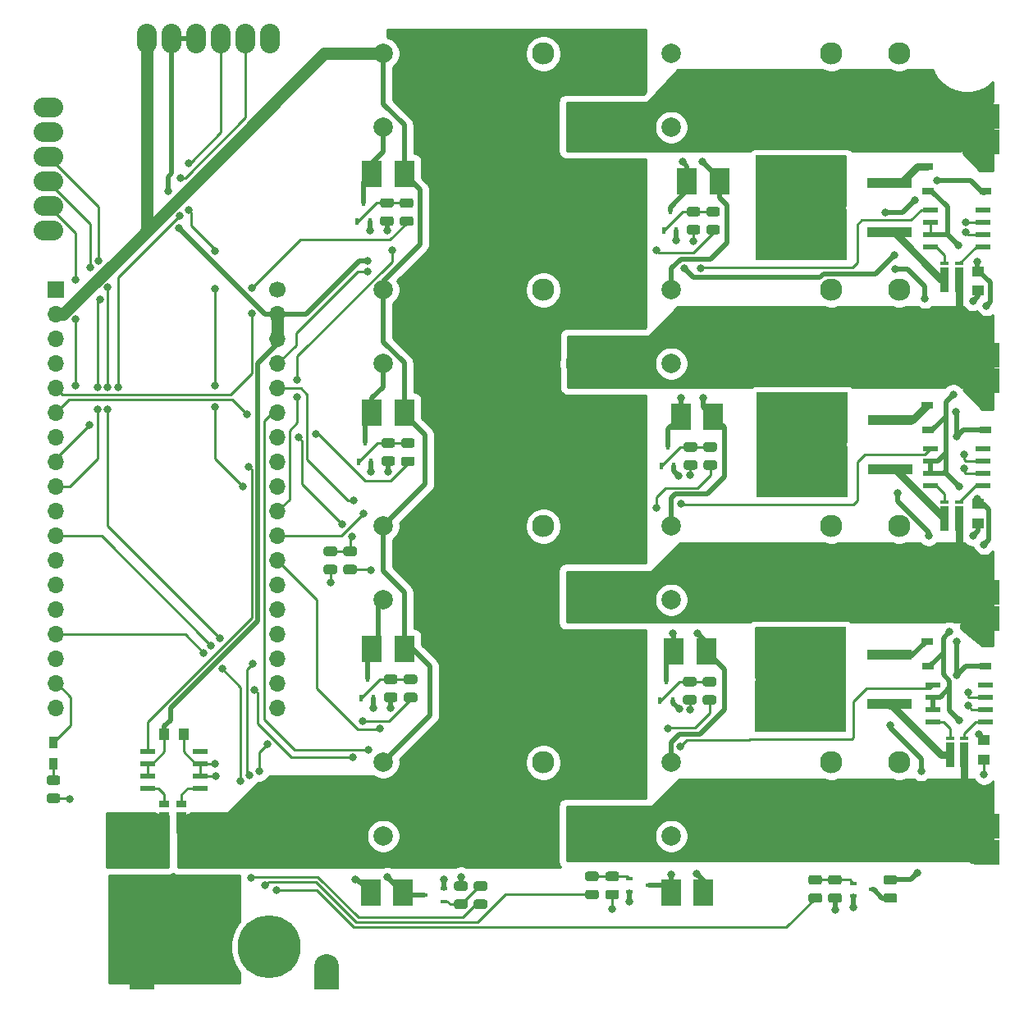
<source format=gbr>
%TF.GenerationSoftware,KiCad,Pcbnew,(5.1.9)-1*%
%TF.CreationDate,2021-06-30T11:05:27-04:00*%
%TF.ProjectId,charging_board_relay,63686172-6769-46e6-975f-626f6172645f,rev?*%
%TF.SameCoordinates,Original*%
%TF.FileFunction,Copper,L1,Top*%
%TF.FilePolarity,Positive*%
%FSLAX46Y46*%
G04 Gerber Fmt 4.6, Leading zero omitted, Abs format (unit mm)*
G04 Created by KiCad (PCBNEW (5.1.9)-1) date 2021-06-30 11:05:27*
%MOMM*%
%LPD*%
G01*
G04 APERTURE LIST*
%TA.AperFunction,SMDPad,CuDef*%
%ADD10R,1.200000X0.800000*%
%TD*%
%TA.AperFunction,SMDPad,CuDef*%
%ADD11R,2.159000X2.743200*%
%TD*%
%TA.AperFunction,ComponentPad*%
%ADD12C,2.000000*%
%TD*%
%TA.AperFunction,ComponentPad*%
%ADD13C,2.300000*%
%TD*%
%TA.AperFunction,SMDPad,CuDef*%
%ADD14R,1.000000X1.250000*%
%TD*%
%TA.AperFunction,SMDPad,CuDef*%
%ADD15R,1.250000X1.000000*%
%TD*%
%TA.AperFunction,SMDPad,CuDef*%
%ADD16R,0.900000X1.200000*%
%TD*%
%TA.AperFunction,ComponentPad*%
%ADD17C,1.350000*%
%TD*%
%TA.AperFunction,ComponentPad*%
%ADD18C,1.651000*%
%TD*%
%TA.AperFunction,SMDPad,CuDef*%
%ADD19O,2.540000X3.556000*%
%TD*%
%TA.AperFunction,SMDPad,CuDef*%
%ADD20R,2.540000X1.778000*%
%TD*%
%TA.AperFunction,ComponentPad*%
%ADD21C,6.500000*%
%TD*%
%TA.AperFunction,SMDPad,CuDef*%
%ADD22O,3.048000X2.032000*%
%TD*%
%TA.AperFunction,SMDPad,CuDef*%
%ADD23O,2.032000X3.048000*%
%TD*%
%TA.AperFunction,SMDPad,CuDef*%
%ADD24R,1.000000X2.320000*%
%TD*%
%TA.AperFunction,SMDPad,CuDef*%
%ADD25R,1.000000X0.800000*%
%TD*%
%TA.AperFunction,SMDPad,CuDef*%
%ADD26R,0.940000X2.650000*%
%TD*%
%TA.AperFunction,SMDPad,CuDef*%
%ADD27R,0.940000X0.350000*%
%TD*%
%TA.AperFunction,SMDPad,CuDef*%
%ADD28R,4.550000X5.250000*%
%TD*%
%TA.AperFunction,SMDPad,CuDef*%
%ADD29R,9.400000X10.800000*%
%TD*%
%TA.AperFunction,SMDPad,CuDef*%
%ADD30R,4.600000X1.100000*%
%TD*%
%TA.AperFunction,ComponentPad*%
%ADD31O,1.700000X1.700000*%
%TD*%
%TA.AperFunction,ComponentPad*%
%ADD32R,1.700000X1.700000*%
%TD*%
%TA.AperFunction,ComponentPad*%
%ADD33C,1.700000*%
%TD*%
%TA.AperFunction,SMDPad,CuDef*%
%ADD34R,1.550000X0.600000*%
%TD*%
%TA.AperFunction,SMDPad,CuDef*%
%ADD35O,3.556000X2.540000*%
%TD*%
%TA.AperFunction,SMDPad,CuDef*%
%ADD36R,1.778000X2.540000*%
%TD*%
%TA.AperFunction,SMDPad,CuDef*%
%ADD37R,0.450000X0.700000*%
%TD*%
%TA.AperFunction,SMDPad,CuDef*%
%ADD38R,0.700000X0.450000*%
%TD*%
%TA.AperFunction,ViaPad*%
%ADD39C,0.812800*%
%TD*%
%TA.AperFunction,Conductor*%
%ADD40C,0.254000*%
%TD*%
%TA.AperFunction,Conductor*%
%ADD41C,1.270000*%
%TD*%
%TA.AperFunction,Conductor*%
%ADD42C,0.508000*%
%TD*%
%TA.AperFunction,Conductor*%
%ADD43C,0.762000*%
%TD*%
%TA.AperFunction,Conductor*%
%ADD44C,0.100000*%
%TD*%
G04 APERTURE END LIST*
D10*
%TO.P,K9,3*%
%TO.N,/pad_A*%
X162718000Y-65786000D03*
%TO.P,K9,4*%
%TO.N,Net-(K9-Pad4)*%
X156718000Y-65786000D03*
%TO.P,K9,1*%
%TO.N,/3V3*%
X156749000Y-68326000D03*
%TO.P,K9,2*%
%TO.N,/current_sense*%
X162718000Y-68326000D03*
%TD*%
%TO.P,K10,3*%
%TO.N,/pad_B*%
X162718000Y-90424000D03*
%TO.P,K10,4*%
%TO.N,Net-(K10-Pad4)*%
X156718000Y-90424000D03*
%TO.P,K10,1*%
%TO.N,/3V3*%
X156749000Y-92964000D03*
%TO.P,K10,2*%
%TO.N,/current_sense*%
X162718000Y-92964000D03*
%TD*%
%TO.P,K11,3*%
%TO.N,/pad_C*%
X162718000Y-114808000D03*
%TO.P,K11,4*%
%TO.N,Net-(K11-Pad4)*%
X156718000Y-114808000D03*
%TO.P,K11,1*%
%TO.N,/3V3*%
X156749000Y-117348000D03*
%TO.P,K11,2*%
%TO.N,/current_sense*%
X162718000Y-117348000D03*
%TD*%
D11*
%TO.P,D7,2*%
%TO.N,Net-(D7-Pad2)*%
X130556000Y-115824000D03*
%TO.P,D7,1*%
%TO.N,/5V*%
X133908800Y-115824000D03*
%TD*%
%TO.P,D3,1*%
%TO.N,/5V*%
X102768400Y-115570000D03*
%TO.P,D3,2*%
%TO.N,Net-(D3-Pad2)*%
X99415600Y-115570000D03*
%TD*%
%TO.P,R17,1*%
%TO.N,Net-(Q5-Pad1)*%
%TA.AperFunction,SMDPad,CuDef*%
G36*
G01*
X134163750Y-69949000D02*
X135076250Y-69949000D01*
G75*
G02*
X135320000Y-70192750I0J-243750D01*
G01*
X135320000Y-70680250D01*
G75*
G02*
X135076250Y-70924000I-243750J0D01*
G01*
X134163750Y-70924000D01*
G75*
G02*
X133920000Y-70680250I0J243750D01*
G01*
X133920000Y-70192750D01*
G75*
G02*
X134163750Y-69949000I243750J0D01*
G01*
G37*
%TD.AperFunction*%
%TO.P,R17,2*%
%TO.N,/ngate_1*%
%TA.AperFunction,SMDPad,CuDef*%
G36*
G01*
X134163750Y-71824000D02*
X135076250Y-71824000D01*
G75*
G02*
X135320000Y-72067750I0J-243750D01*
G01*
X135320000Y-72555250D01*
G75*
G02*
X135076250Y-72799000I-243750J0D01*
G01*
X134163750Y-72799000D01*
G75*
G02*
X133920000Y-72555250I0J243750D01*
G01*
X133920000Y-72067750D01*
G75*
G02*
X134163750Y-71824000I243750J0D01*
G01*
G37*
%TD.AperFunction*%
%TD*%
D12*
%TO.P,K3,1*%
%TO.N,Net-(D3-Pad2)*%
X100584000Y-110490000D03*
%TO.P,K3,2*%
%TO.N,/5V*%
X100584000Y-102890000D03*
D13*
%TO.P,K3,5*%
%TO.N,/pad_C*%
X120584000Y-110490000D03*
%TO.P,K3,4*%
%TO.N,Net-(K3-Pad4)*%
X117084000Y-102890000D03*
%TO.P,K3,3*%
%TO.N,/charger_+_meas*%
X124084000Y-102890000D03*
%TD*%
D14*
%TO.P,C1,1*%
%TO.N,/3V3*%
X77994000Y-124333000D03*
%TO.P,C1,2*%
%TO.N,GND*%
X79994000Y-124333000D03*
%TD*%
D15*
%TO.P,C2,2*%
%TO.N,GND*%
X161925000Y-78597000D03*
%TO.P,C2,1*%
%TO.N,/3V3*%
X161925000Y-76597000D03*
%TD*%
%TO.P,C3,2*%
%TO.N,GND*%
X161925000Y-102600000D03*
%TO.P,C3,1*%
%TO.N,/3V3*%
X161925000Y-100600000D03*
%TD*%
%TO.P,C4,1*%
%TO.N,/3V3*%
X162560000Y-124984000D03*
%TO.P,C4,2*%
%TO.N,GND*%
X162560000Y-126984000D03*
%TD*%
D11*
%TO.P,D1,1*%
%TO.N,/5V*%
X102768400Y-66548000D03*
%TO.P,D1,2*%
%TO.N,Net-(D1-Pad2)*%
X99415600Y-66548000D03*
%TD*%
%TO.P,D2,1*%
%TO.N,/5V*%
X102768400Y-91186000D03*
%TO.P,D2,2*%
%TO.N,Net-(D2-Pad2)*%
X99415600Y-91186000D03*
%TD*%
%TO.P,D4,1*%
%TO.N,/5V*%
X99288600Y-140716000D03*
%TO.P,D4,2*%
%TO.N,Net-(D4-Pad2)*%
X102641400Y-140716000D03*
%TD*%
%TO.P,D5,2*%
%TO.N,Net-(D5-Pad2)*%
X131927600Y-67310000D03*
%TO.P,D5,1*%
%TO.N,/5V*%
X135280400Y-67310000D03*
%TD*%
%TO.P,D6,2*%
%TO.N,Net-(D6-Pad2)*%
X131267200Y-91567000D03*
%TO.P,D6,1*%
%TO.N,/5V*%
X134620000Y-91567000D03*
%TD*%
%TO.P,D8,2*%
%TO.N,Net-(D8-Pad2)*%
X130276600Y-140716000D03*
%TO.P,D8,1*%
%TO.N,/5V*%
X133629400Y-140716000D03*
%TD*%
D16*
%TO.P,D9,2*%
%TO.N,Net-(D9-Pad2)*%
X66548000Y-125222000D03*
%TO.P,D9,1*%
%TO.N,Net-(D9-Pad1)*%
X66548000Y-127422000D03*
%TD*%
D17*
%TO.P,F1,2*%
%TO.N,Net-(F1-Pad2)*%
X74168000Y-139700000D03*
%TO.P,F1,1*%
%TO.N,/charger_+*%
X74168000Y-134620000D03*
%TD*%
D18*
%TO.P,J1,1*%
%TO.N,Net-(F1-Pad2)*%
X75692000Y-148336000D03*
D19*
X75692000Y-148844000D03*
D20*
X75692000Y-149860000D03*
%TD*%
D21*
%TO.P,J2,1*%
%TO.N,Net-(F1-Pad2)*%
X81534000Y-146304000D03*
%TO.P,J2,2*%
%TO.N,GND*%
X88784000Y-146304000D03*
%TD*%
D20*
%TO.P,J3,1*%
%TO.N,GND*%
X94742000Y-149860000D03*
D19*
X94742000Y-148844000D03*
D18*
X94742000Y-148336000D03*
%TD*%
%TO.P,J4,1*%
%TO.N,/VEXT*%
X66040000Y-72390000D03*
%TO.P,J4,2*%
%TO.N,/RST*%
X66040000Y-69850000D03*
D22*
%TO.P,J4,1*%
%TO.N,/VEXT*%
X66040000Y-72390000D03*
%TO.P,J4,2*%
%TO.N,/RST*%
X66040000Y-69850000D03*
%TO.P,J4,3*%
%TO.N,/SCL*%
X66040000Y-67310000D03*
D18*
X66040000Y-67310000D03*
D22*
%TO.P,J4,4*%
%TO.N,/SDA*%
X66040000Y-64770000D03*
D18*
X66040000Y-64770000D03*
D22*
%TO.P,J4,5*%
%TO.N,GND*%
X66040000Y-62230000D03*
D18*
X66040000Y-62230000D03*
D22*
%TO.P,J4,6*%
X66040000Y-59690000D03*
D18*
X66040000Y-59690000D03*
%TD*%
%TO.P,J5,6*%
%TO.N,GND*%
X88900000Y-52578000D03*
D23*
X88900000Y-52578000D03*
D18*
%TO.P,J5,5*%
%TO.N,/GPIO0*%
X86360000Y-52578000D03*
D23*
X86360000Y-52578000D03*
D18*
%TO.P,J5,4*%
%TO.N,/ADC1_7*%
X83820000Y-52578000D03*
D23*
X83820000Y-52578000D03*
D18*
%TO.P,J5,3*%
%TO.N,/3V3*%
X81280000Y-52578000D03*
D23*
X81280000Y-52578000D03*
%TO.P,J5,2*%
X78740000Y-52578000D03*
%TO.P,J5,1*%
%TO.N,/5V*%
X76200000Y-52578000D03*
D18*
%TO.P,J5,2*%
%TO.N,/3V3*%
X78740000Y-52578000D03*
%TO.P,J5,1*%
%TO.N,/5V*%
X76200000Y-52578000D03*
%TD*%
D13*
%TO.P,K1,3*%
%TO.N,/charger_+_meas*%
X124084000Y-54122000D03*
%TO.P,K1,4*%
%TO.N,Net-(K1-Pad4)*%
X117084000Y-54122000D03*
%TO.P,K1,5*%
%TO.N,/pad_A*%
X120584000Y-61722000D03*
D12*
%TO.P,K1,2*%
%TO.N,/5V*%
X100584000Y-54122000D03*
%TO.P,K1,1*%
%TO.N,Net-(D1-Pad2)*%
X100584000Y-61722000D03*
%TD*%
D13*
%TO.P,K2,3*%
%TO.N,/charger_+_meas*%
X124084000Y-78506000D03*
%TO.P,K2,4*%
%TO.N,Net-(K2-Pad4)*%
X117084000Y-78506000D03*
%TO.P,K2,5*%
%TO.N,/pad_B*%
X120584000Y-86106000D03*
D12*
%TO.P,K2,2*%
%TO.N,/5V*%
X100584000Y-78506000D03*
%TO.P,K2,1*%
%TO.N,Net-(D2-Pad2)*%
X100584000Y-86106000D03*
%TD*%
%TO.P,K4,1*%
%TO.N,Net-(D4-Pad2)*%
X100584000Y-134874000D03*
%TO.P,K4,2*%
%TO.N,/5V*%
X100584000Y-127274000D03*
D13*
%TO.P,K4,5*%
%TO.N,/pad_D*%
X120584000Y-134874000D03*
%TO.P,K4,4*%
%TO.N,Net-(K4-Pad4)*%
X117084000Y-127274000D03*
%TO.P,K4,3*%
%TO.N,/charger_+_meas*%
X124084000Y-127274000D03*
%TD*%
%TO.P,K5,3*%
%TO.N,GND*%
X153802000Y-54122000D03*
%TO.P,K5,4*%
%TO.N,Net-(K5-Pad4)*%
X146802000Y-54122000D03*
%TO.P,K5,5*%
%TO.N,/pad_A*%
X150302000Y-61722000D03*
D12*
%TO.P,K5,2*%
%TO.N,/5V*%
X130302000Y-54122000D03*
%TO.P,K5,1*%
%TO.N,Net-(D5-Pad2)*%
X130302000Y-61722000D03*
%TD*%
%TO.P,K7,1*%
%TO.N,Net-(D7-Pad2)*%
X130302000Y-110490000D03*
%TO.P,K7,2*%
%TO.N,/5V*%
X130302000Y-102890000D03*
D13*
%TO.P,K7,5*%
%TO.N,/pad_C*%
X150302000Y-110490000D03*
%TO.P,K7,4*%
%TO.N,Net-(K7-Pad4)*%
X146802000Y-102890000D03*
%TO.P,K7,3*%
%TO.N,GND*%
X153802000Y-102890000D03*
%TD*%
D12*
%TO.P,K8,1*%
%TO.N,Net-(D8-Pad2)*%
X130302000Y-134874000D03*
%TO.P,K8,2*%
%TO.N,/5V*%
X130302000Y-127274000D03*
D13*
%TO.P,K8,5*%
%TO.N,/pad_D*%
X150302000Y-134874000D03*
%TO.P,K8,4*%
%TO.N,Net-(K8-Pad4)*%
X146802000Y-127274000D03*
%TO.P,K8,3*%
%TO.N,GND*%
X153802000Y-127274000D03*
%TD*%
%TO.P,R2,2*%
%TO.N,/battery_voltage*%
%TA.AperFunction,SMDPad,CuDef*%
G36*
G01*
X97611250Y-105976000D02*
X96698750Y-105976000D01*
G75*
G02*
X96455000Y-105732250I0J243750D01*
G01*
X96455000Y-105244750D01*
G75*
G02*
X96698750Y-105001000I243750J0D01*
G01*
X97611250Y-105001000D01*
G75*
G02*
X97855000Y-105244750I0J-243750D01*
G01*
X97855000Y-105732250D01*
G75*
G02*
X97611250Y-105976000I-243750J0D01*
G01*
G37*
%TD.AperFunction*%
%TO.P,R2,1*%
%TO.N,/charger_+_meas*%
%TA.AperFunction,SMDPad,CuDef*%
G36*
G01*
X97611250Y-107851000D02*
X96698750Y-107851000D01*
G75*
G02*
X96455000Y-107607250I0J243750D01*
G01*
X96455000Y-107119750D01*
G75*
G02*
X96698750Y-106876000I243750J0D01*
G01*
X97611250Y-106876000D01*
G75*
G02*
X97855000Y-107119750I0J-243750D01*
G01*
X97855000Y-107607250D01*
G75*
G02*
X97611250Y-107851000I-243750J0D01*
G01*
G37*
%TD.AperFunction*%
%TD*%
%TO.P,R3,1*%
%TO.N,GND*%
%TA.AperFunction,SMDPad,CuDef*%
G36*
G01*
X95579250Y-107851000D02*
X94666750Y-107851000D01*
G75*
G02*
X94423000Y-107607250I0J243750D01*
G01*
X94423000Y-107119750D01*
G75*
G02*
X94666750Y-106876000I243750J0D01*
G01*
X95579250Y-106876000D01*
G75*
G02*
X95823000Y-107119750I0J-243750D01*
G01*
X95823000Y-107607250D01*
G75*
G02*
X95579250Y-107851000I-243750J0D01*
G01*
G37*
%TD.AperFunction*%
%TO.P,R3,2*%
%TO.N,/battery_voltage*%
%TA.AperFunction,SMDPad,CuDef*%
G36*
G01*
X95579250Y-105976000D02*
X94666750Y-105976000D01*
G75*
G02*
X94423000Y-105732250I0J243750D01*
G01*
X94423000Y-105244750D01*
G75*
G02*
X94666750Y-105001000I243750J0D01*
G01*
X95579250Y-105001000D01*
G75*
G02*
X95823000Y-105244750I0J-243750D01*
G01*
X95823000Y-105732250D01*
G75*
G02*
X95579250Y-105976000I-243750J0D01*
G01*
G37*
%TD.AperFunction*%
%TD*%
D24*
%TO.P,R4,1*%
%TO.N,/charger_+*%
X78006000Y-133512000D03*
%TO.P,R4,2*%
%TO.N,/charger_+_meas*%
X79756000Y-133512000D03*
D25*
%TO.P,R4,3*%
%TO.N,Net-(R4-Pad3)*%
X78006000Y-131572000D03*
%TO.P,R4,4*%
%TO.N,Net-(R4-Pad4)*%
X79756000Y-131572000D03*
%TD*%
%TO.P,R9,1*%
%TO.N,Net-(Q1-Pad1)*%
%TA.AperFunction,SMDPad,CuDef*%
G36*
G01*
X102540750Y-69060000D02*
X103453250Y-69060000D01*
G75*
G02*
X103697000Y-69303750I0J-243750D01*
G01*
X103697000Y-69791250D01*
G75*
G02*
X103453250Y-70035000I-243750J0D01*
G01*
X102540750Y-70035000D01*
G75*
G02*
X102297000Y-69791250I0J243750D01*
G01*
X102297000Y-69303750D01*
G75*
G02*
X102540750Y-69060000I243750J0D01*
G01*
G37*
%TD.AperFunction*%
%TO.P,R9,2*%
%TO.N,/pgate_1*%
%TA.AperFunction,SMDPad,CuDef*%
G36*
G01*
X102540750Y-70935000D02*
X103453250Y-70935000D01*
G75*
G02*
X103697000Y-71178750I0J-243750D01*
G01*
X103697000Y-71666250D01*
G75*
G02*
X103453250Y-71910000I-243750J0D01*
G01*
X102540750Y-71910000D01*
G75*
G02*
X102297000Y-71666250I0J243750D01*
G01*
X102297000Y-71178750D01*
G75*
G02*
X102540750Y-70935000I243750J0D01*
G01*
G37*
%TD.AperFunction*%
%TD*%
%TO.P,R10,1*%
%TO.N,Net-(Q2-Pad1)*%
%TA.AperFunction,SMDPad,CuDef*%
G36*
G01*
X102667750Y-93837700D02*
X103580250Y-93837700D01*
G75*
G02*
X103824000Y-94081450I0J-243750D01*
G01*
X103824000Y-94568950D01*
G75*
G02*
X103580250Y-94812700I-243750J0D01*
G01*
X102667750Y-94812700D01*
G75*
G02*
X102424000Y-94568950I0J243750D01*
G01*
X102424000Y-94081450D01*
G75*
G02*
X102667750Y-93837700I243750J0D01*
G01*
G37*
%TD.AperFunction*%
%TO.P,R10,2*%
%TO.N,/pgate_2*%
%TA.AperFunction,SMDPad,CuDef*%
G36*
G01*
X102667750Y-95712700D02*
X103580250Y-95712700D01*
G75*
G02*
X103824000Y-95956450I0J-243750D01*
G01*
X103824000Y-96443950D01*
G75*
G02*
X103580250Y-96687700I-243750J0D01*
G01*
X102667750Y-96687700D01*
G75*
G02*
X102424000Y-96443950I0J243750D01*
G01*
X102424000Y-95956450D01*
G75*
G02*
X102667750Y-95712700I243750J0D01*
G01*
G37*
%TD.AperFunction*%
%TD*%
%TO.P,R11,1*%
%TO.N,Net-(Q3-Pad1)*%
%TA.AperFunction,SMDPad,CuDef*%
G36*
G01*
X102947150Y-118211300D02*
X103859650Y-118211300D01*
G75*
G02*
X104103400Y-118455050I0J-243750D01*
G01*
X104103400Y-118942550D01*
G75*
G02*
X103859650Y-119186300I-243750J0D01*
G01*
X102947150Y-119186300D01*
G75*
G02*
X102703400Y-118942550I0J243750D01*
G01*
X102703400Y-118455050D01*
G75*
G02*
X102947150Y-118211300I243750J0D01*
G01*
G37*
%TD.AperFunction*%
%TO.P,R11,2*%
%TO.N,/pgate_3*%
%TA.AperFunction,SMDPad,CuDef*%
G36*
G01*
X102947150Y-120086300D02*
X103859650Y-120086300D01*
G75*
G02*
X104103400Y-120330050I0J-243750D01*
G01*
X104103400Y-120817550D01*
G75*
G02*
X103859650Y-121061300I-243750J0D01*
G01*
X102947150Y-121061300D01*
G75*
G02*
X102703400Y-120817550I0J243750D01*
G01*
X102703400Y-120330050D01*
G75*
G02*
X102947150Y-120086300I243750J0D01*
G01*
G37*
%TD.AperFunction*%
%TD*%
%TO.P,R12,1*%
%TO.N,Net-(Q4-Pad1)*%
%TA.AperFunction,SMDPad,CuDef*%
G36*
G01*
X110160750Y-139545000D02*
X111073250Y-139545000D01*
G75*
G02*
X111317000Y-139788750I0J-243750D01*
G01*
X111317000Y-140276250D01*
G75*
G02*
X111073250Y-140520000I-243750J0D01*
G01*
X110160750Y-140520000D01*
G75*
G02*
X109917000Y-140276250I0J243750D01*
G01*
X109917000Y-139788750D01*
G75*
G02*
X110160750Y-139545000I243750J0D01*
G01*
G37*
%TD.AperFunction*%
%TO.P,R12,2*%
%TO.N,/pgate_4*%
%TA.AperFunction,SMDPad,CuDef*%
G36*
G01*
X110160750Y-141420000D02*
X111073250Y-141420000D01*
G75*
G02*
X111317000Y-141663750I0J-243750D01*
G01*
X111317000Y-142151250D01*
G75*
G02*
X111073250Y-142395000I-243750J0D01*
G01*
X110160750Y-142395000D01*
G75*
G02*
X109917000Y-142151250I0J243750D01*
G01*
X109917000Y-141663750D01*
G75*
G02*
X110160750Y-141420000I243750J0D01*
G01*
G37*
%TD.AperFunction*%
%TD*%
%TO.P,R18,1*%
%TO.N,Net-(Q6-Pad1)*%
%TA.AperFunction,SMDPad,CuDef*%
G36*
G01*
X133858950Y-94229100D02*
X134771450Y-94229100D01*
G75*
G02*
X135015200Y-94472850I0J-243750D01*
G01*
X135015200Y-94960350D01*
G75*
G02*
X134771450Y-95204100I-243750J0D01*
G01*
X133858950Y-95204100D01*
G75*
G02*
X133615200Y-94960350I0J243750D01*
G01*
X133615200Y-94472850D01*
G75*
G02*
X133858950Y-94229100I243750J0D01*
G01*
G37*
%TD.AperFunction*%
%TO.P,R18,2*%
%TO.N,/ngate_2*%
%TA.AperFunction,SMDPad,CuDef*%
G36*
G01*
X133858950Y-96104100D02*
X134771450Y-96104100D01*
G75*
G02*
X135015200Y-96347850I0J-243750D01*
G01*
X135015200Y-96835350D01*
G75*
G02*
X134771450Y-97079100I-243750J0D01*
G01*
X133858950Y-97079100D01*
G75*
G02*
X133615200Y-96835350I0J243750D01*
G01*
X133615200Y-96347850D01*
G75*
G02*
X133858950Y-96104100I243750J0D01*
G01*
G37*
%TD.AperFunction*%
%TD*%
%TO.P,R19,2*%
%TO.N,/ngate_3*%
%TA.AperFunction,SMDPad,CuDef*%
G36*
G01*
X133782750Y-120338000D02*
X134695250Y-120338000D01*
G75*
G02*
X134939000Y-120581750I0J-243750D01*
G01*
X134939000Y-121069250D01*
G75*
G02*
X134695250Y-121313000I-243750J0D01*
G01*
X133782750Y-121313000D01*
G75*
G02*
X133539000Y-121069250I0J243750D01*
G01*
X133539000Y-120581750D01*
G75*
G02*
X133782750Y-120338000I243750J0D01*
G01*
G37*
%TD.AperFunction*%
%TO.P,R19,1*%
%TO.N,Net-(Q7-Pad1)*%
%TA.AperFunction,SMDPad,CuDef*%
G36*
G01*
X133782750Y-118463000D02*
X134695250Y-118463000D01*
G75*
G02*
X134939000Y-118706750I0J-243750D01*
G01*
X134939000Y-119194250D01*
G75*
G02*
X134695250Y-119438000I-243750J0D01*
G01*
X133782750Y-119438000D01*
G75*
G02*
X133539000Y-119194250I0J243750D01*
G01*
X133539000Y-118706750D01*
G75*
G02*
X133782750Y-118463000I243750J0D01*
G01*
G37*
%TD.AperFunction*%
%TD*%
%TO.P,R20,1*%
%TO.N,Net-(Q8-Pad1)*%
%TA.AperFunction,SMDPad,CuDef*%
G36*
G01*
X121654250Y-138544000D02*
X122566750Y-138544000D01*
G75*
G02*
X122810500Y-138787750I0J-243750D01*
G01*
X122810500Y-139275250D01*
G75*
G02*
X122566750Y-139519000I-243750J0D01*
G01*
X121654250Y-139519000D01*
G75*
G02*
X121410500Y-139275250I0J243750D01*
G01*
X121410500Y-138787750D01*
G75*
G02*
X121654250Y-138544000I243750J0D01*
G01*
G37*
%TD.AperFunction*%
%TO.P,R20,2*%
%TO.N,/ngate_4*%
%TA.AperFunction,SMDPad,CuDef*%
G36*
G01*
X121654250Y-140419000D02*
X122566750Y-140419000D01*
G75*
G02*
X122810500Y-140662750I0J-243750D01*
G01*
X122810500Y-141150250D01*
G75*
G02*
X122566750Y-141394000I-243750J0D01*
G01*
X121654250Y-141394000D01*
G75*
G02*
X121410500Y-141150250I0J243750D01*
G01*
X121410500Y-140662750D01*
G75*
G02*
X121654250Y-140419000I243750J0D01*
G01*
G37*
%TD.AperFunction*%
%TD*%
D26*
%TO.P,R21,1*%
%TO.N,Net-(R21-Pad1)*%
X158518000Y-77491000D03*
%TO.P,R21,2*%
%TO.N,/pad_B*%
X159998000Y-77491000D03*
D27*
%TO.P,R21,3*%
%TO.N,Net-(R21-Pad3)*%
X158518000Y-75791000D03*
%TO.P,R21,4*%
%TO.N,Net-(R21-Pad4)*%
X159998000Y-75791000D03*
%TD*%
D28*
%TO.P,R22,2*%
%TO.N,Net-(R22-Pad2)*%
X146112800Y-67278200D03*
X141262800Y-72828200D03*
X146112800Y-72828200D03*
X141262800Y-67278200D03*
D29*
X143687800Y-70053200D03*
D30*
%TO.P,R22,3*%
%TO.N,Net-(K9-Pad4)*%
X152837800Y-67513200D03*
%TO.P,R22,1*%
%TO.N,Net-(R21-Pad1)*%
X152837800Y-72593200D03*
%TD*%
D27*
%TO.P,R23,4*%
%TO.N,Net-(R23-Pad4)*%
X159998000Y-100429000D03*
%TO.P,R23,3*%
%TO.N,Net-(R23-Pad3)*%
X158518000Y-100429000D03*
D26*
%TO.P,R23,2*%
%TO.N,/pad_C*%
X159998000Y-102129000D03*
%TO.P,R23,1*%
%TO.N,Net-(R23-Pad1)*%
X158518000Y-102129000D03*
%TD*%
D30*
%TO.P,R24,1*%
%TO.N,Net-(R23-Pad1)*%
X152914000Y-97028000D03*
%TO.P,R24,3*%
%TO.N,Net-(K10-Pad4)*%
X152914000Y-91948000D03*
D29*
%TO.P,R24,2*%
%TO.N,Net-(R24-Pad2)*%
X143764000Y-94488000D03*
D28*
X141339000Y-91713000D03*
X146189000Y-97263000D03*
X141339000Y-97263000D03*
X146189000Y-91713000D03*
%TD*%
D27*
%TO.P,R25,4*%
%TO.N,Net-(R25-Pad4)*%
X160528000Y-124813000D03*
%TO.P,R25,3*%
%TO.N,Net-(R25-Pad3)*%
X159048000Y-124813000D03*
D26*
%TO.P,R25,2*%
%TO.N,/pad_D*%
X160528000Y-126513000D03*
%TO.P,R25,1*%
%TO.N,Net-(R25-Pad1)*%
X159048000Y-126513000D03*
%TD*%
D28*
%TO.P,R26,2*%
%TO.N,Net-(R26-Pad2)*%
X146050000Y-115951000D03*
X141200000Y-121501000D03*
X146050000Y-121501000D03*
X141200000Y-115951000D03*
D29*
X143625000Y-118726000D03*
D30*
%TO.P,R26,3*%
%TO.N,Net-(K11-Pad4)*%
X152775000Y-116186000D03*
%TO.P,R26,1*%
%TO.N,Net-(R25-Pad1)*%
X152775000Y-121266000D03*
%TD*%
%TO.P,R27,1*%
%TO.N,Net-(D9-Pad1)*%
%TA.AperFunction,SMDPad,CuDef*%
G36*
G01*
X66091750Y-128623000D02*
X67004250Y-128623000D01*
G75*
G02*
X67248000Y-128866750I0J-243750D01*
G01*
X67248000Y-129354250D01*
G75*
G02*
X67004250Y-129598000I-243750J0D01*
G01*
X66091750Y-129598000D01*
G75*
G02*
X65848000Y-129354250I0J243750D01*
G01*
X65848000Y-128866750D01*
G75*
G02*
X66091750Y-128623000I243750J0D01*
G01*
G37*
%TD.AperFunction*%
%TO.P,R27,2*%
%TO.N,GND*%
%TA.AperFunction,SMDPad,CuDef*%
G36*
G01*
X66091750Y-130498000D02*
X67004250Y-130498000D01*
G75*
G02*
X67248000Y-130741750I0J-243750D01*
G01*
X67248000Y-131229250D01*
G75*
G02*
X67004250Y-131473000I-243750J0D01*
G01*
X66091750Y-131473000D01*
G75*
G02*
X65848000Y-131229250I0J243750D01*
G01*
X65848000Y-130741750D01*
G75*
G02*
X66091750Y-130498000I243750J0D01*
G01*
G37*
%TD.AperFunction*%
%TD*%
D31*
%TO.P,U1,18*%
%TO.N,Net-(U1-Pad18)*%
X66802000Y-121666000D03*
%TO.P,U1,17*%
%TO.N,Net-(D9-Pad2)*%
X66802000Y-119126000D03*
%TO.P,U1,16*%
%TO.N,Net-(U1-Pad16)*%
X66802000Y-116586000D03*
%TO.P,U1,15*%
%TO.N,/pgate_4*%
X66802000Y-114046000D03*
%TO.P,U1,14*%
%TO.N,Net-(U1-Pad14)*%
X66802000Y-111506000D03*
%TO.P,U1,13*%
%TO.N,Net-(U1-Pad13)*%
X66802000Y-108966000D03*
%TO.P,U1,12*%
%TO.N,Net-(U1-Pad12)*%
X66802000Y-106426000D03*
%TO.P,U1,11*%
%TO.N,/pgate_3*%
X66802000Y-103886000D03*
%TO.P,U1,10*%
%TO.N,Net-(U1-Pad10)*%
X66802000Y-101346000D03*
%TO.P,U1,9*%
%TO.N,/SCL*%
X66802000Y-98806000D03*
%TO.P,U1,8*%
%TO.N,/GPIO0*%
X66802000Y-96266000D03*
%TO.P,U1,7*%
%TO.N,/RST*%
X66802000Y-93726000D03*
%TO.P,U1,6*%
%TO.N,/pgate_2*%
X66802000Y-91186000D03*
%TO.P,U1,5*%
%TO.N,/pgate_1*%
X66802000Y-88646000D03*
%TO.P,U1,4*%
%TO.N,/VEXT*%
X66802000Y-86106000D03*
%TO.P,U1,3*%
X66802000Y-83566000D03*
%TO.P,U1,2*%
%TO.N,/5V*%
X66802000Y-81026000D03*
D32*
%TO.P,U1,1*%
%TO.N,GND*%
X66802000Y-78486000D03*
D31*
%TO.P,U1,35*%
%TO.N,/3V3*%
X89662000Y-81026000D03*
%TO.P,U1,22*%
%TO.N,Net-(U1-Pad22)*%
X89662000Y-114046000D03*
%TO.P,U1,30*%
%TO.N,/battery_voltage*%
X89662000Y-93726000D03*
%TO.P,U1,25*%
%TO.N,/ngate_3*%
X89662000Y-106426000D03*
%TO.P,U1,20*%
%TO.N,/current_sense_en*%
X89662000Y-119126000D03*
%TO.P,U1,24*%
%TO.N,Net-(U1-Pad24)*%
X89662000Y-108966000D03*
%TO.P,U1,31*%
%TO.N,/iout_3*%
X89662000Y-91186000D03*
%TO.P,U1,29*%
%TO.N,/i_charger*%
X89662000Y-96266000D03*
%TO.P,U1,21*%
%TO.N,/ngate_4*%
X89662000Y-116586000D03*
%TO.P,U1,19*%
%TO.N,/SDA*%
X89662000Y-121666000D03*
D33*
%TO.P,U1,36*%
%TO.N,GND*%
X89662000Y-78486000D03*
D31*
%TO.P,U1,34*%
%TO.N,/3V3*%
X89662000Y-83566000D03*
%TO.P,U1,26*%
%TO.N,/ngate_2*%
X89662000Y-103886000D03*
%TO.P,U1,27*%
%TO.N,/ngate_1*%
X89662000Y-101346000D03*
%TO.P,U1,23*%
%TO.N,Net-(U1-Pad23)*%
X89662000Y-111506000D03*
%TO.P,U1,33*%
%TO.N,/iout_1*%
X89662000Y-86106000D03*
%TO.P,U1,32*%
%TO.N,/iout_2*%
X89662000Y-88646000D03*
%TO.P,U1,28*%
%TO.N,/ADC1_7*%
X89662000Y-98806000D03*
%TD*%
D34*
%TO.P,U2,1*%
%TO.N,Net-(R4-Pad4)*%
X81694000Y-129921000D03*
%TO.P,U2,2*%
%TO.N,GND*%
X81694000Y-128651000D03*
%TO.P,U2,3*%
X81694000Y-127381000D03*
%TO.P,U2,4*%
%TO.N,Net-(U2-Pad4)*%
X81694000Y-126111000D03*
%TO.P,U2,5*%
%TO.N,/i_charger*%
X76294000Y-126111000D03*
%TO.P,U2,6*%
%TO.N,/3V3*%
X76294000Y-127381000D03*
%TO.P,U2,7*%
X76294000Y-128651000D03*
%TO.P,U2,8*%
%TO.N,Net-(R4-Pad3)*%
X76294000Y-129921000D03*
%TD*%
%TO.P,U3,8*%
%TO.N,Net-(R21-Pad3)*%
X157066000Y-74041000D03*
%TO.P,U3,7*%
%TO.N,/3V3*%
X157066000Y-72771000D03*
%TO.P,U3,6*%
X157066000Y-71501000D03*
%TO.P,U3,5*%
%TO.N,/iout_1*%
X157066000Y-70231000D03*
%TO.P,U3,4*%
%TO.N,Net-(U3-Pad4)*%
X162466000Y-70231000D03*
%TO.P,U3,3*%
%TO.N,GND*%
X162466000Y-71501000D03*
%TO.P,U3,2*%
X162466000Y-72771000D03*
%TO.P,U3,1*%
%TO.N,Net-(R21-Pad4)*%
X162466000Y-74041000D03*
%TD*%
%TO.P,U4,1*%
%TO.N,Net-(R23-Pad4)*%
X162466000Y-98679000D03*
%TO.P,U4,2*%
%TO.N,GND*%
X162466000Y-97409000D03*
%TO.P,U4,3*%
X162466000Y-96139000D03*
%TO.P,U4,4*%
%TO.N,Net-(U4-Pad4)*%
X162466000Y-94869000D03*
%TO.P,U4,5*%
%TO.N,/iout_2*%
X157066000Y-94869000D03*
%TO.P,U4,6*%
%TO.N,/3V3*%
X157066000Y-96139000D03*
%TO.P,U4,7*%
X157066000Y-97409000D03*
%TO.P,U4,8*%
%TO.N,Net-(R23-Pad3)*%
X157066000Y-98679000D03*
%TD*%
%TO.P,U5,8*%
%TO.N,Net-(R25-Pad3)*%
X157320000Y-123063000D03*
%TO.P,U5,7*%
%TO.N,/3V3*%
X157320000Y-121793000D03*
%TO.P,U5,6*%
X157320000Y-120523000D03*
%TO.P,U5,5*%
%TO.N,/iout_3*%
X157320000Y-119253000D03*
%TO.P,U5,4*%
%TO.N,Net-(U5-Pad4)*%
X162720000Y-119253000D03*
%TO.P,U5,3*%
%TO.N,GND*%
X162720000Y-120523000D03*
%TO.P,U5,2*%
X162720000Y-121793000D03*
%TO.P,U5,1*%
%TO.N,Net-(R25-Pad4)*%
X162720000Y-123063000D03*
%TD*%
D18*
%TO.P,J6,1*%
%TO.N,/pad_A*%
X161798000Y-63246000D03*
D35*
X162306000Y-63246000D03*
D36*
X163322000Y-63246000D03*
X163322000Y-60579000D03*
D35*
X162306000Y-60579000D03*
D18*
X161798000Y-60579000D03*
%TD*%
%TO.P,J7,1*%
%TO.N,/pad_B*%
X161798000Y-85217000D03*
D35*
X162306000Y-85217000D03*
D36*
X163322000Y-85217000D03*
X163322000Y-87884000D03*
D35*
X162306000Y-87884000D03*
D18*
X161798000Y-87884000D03*
%TD*%
%TO.P,J8,1*%
%TO.N,/pad_C*%
X161798000Y-109728000D03*
D35*
X162306000Y-109728000D03*
D36*
X163322000Y-109728000D03*
X163322000Y-112395000D03*
D35*
X162306000Y-112395000D03*
D18*
X161798000Y-112395000D03*
%TD*%
%TO.P,J9,1*%
%TO.N,/pad_D*%
X161798000Y-136525000D03*
D35*
X162306000Y-136525000D03*
D36*
X163322000Y-136525000D03*
X163322000Y-133858000D03*
D35*
X162306000Y-133858000D03*
D18*
X161798000Y-133858000D03*
%TD*%
D12*
%TO.P,K6,1*%
%TO.N,Net-(D6-Pad2)*%
X130302000Y-86106000D03*
%TO.P,K6,2*%
%TO.N,/5V*%
X130302000Y-78506000D03*
D13*
%TO.P,K6,5*%
%TO.N,/pad_B*%
X150302000Y-86106000D03*
%TO.P,K6,4*%
%TO.N,Net-(K6-Pad4)*%
X146802000Y-78506000D03*
%TO.P,K6,3*%
%TO.N,GND*%
X153802000Y-78506000D03*
%TD*%
D37*
%TO.P,Q1,3*%
%TO.N,Net-(D1-Pad2)*%
X98552000Y-69485000D03*
%TO.P,Q1,2*%
%TO.N,GND*%
X99202000Y-71485000D03*
%TO.P,Q1,1*%
%TO.N,Net-(Q1-Pad1)*%
X97902000Y-71485000D03*
%TD*%
%TO.P,Q2,1*%
%TO.N,Net-(Q2-Pad1)*%
X98029000Y-96250000D03*
%TO.P,Q2,2*%
%TO.N,GND*%
X99329000Y-96250000D03*
%TO.P,Q2,3*%
%TO.N,Net-(D2-Pad2)*%
X98679000Y-94250000D03*
%TD*%
%TO.P,Q3,3*%
%TO.N,Net-(D3-Pad2)*%
X98933000Y-118634000D03*
%TO.P,Q3,2*%
%TO.N,GND*%
X99583000Y-120634000D03*
%TO.P,Q3,1*%
%TO.N,Net-(Q3-Pad1)*%
X98283000Y-120634000D03*
%TD*%
D38*
%TO.P,Q4,1*%
%TO.N,Net-(Q4-Pad1)*%
X106807000Y-141617500D03*
%TO.P,Q4,2*%
%TO.N,GND*%
X106807000Y-140317500D03*
%TO.P,Q4,3*%
%TO.N,Net-(D4-Pad2)*%
X104807000Y-140967500D03*
%TD*%
D37*
%TO.P,Q5,3*%
%TO.N,Net-(D5-Pad2)*%
X130175000Y-70374000D03*
%TO.P,Q5,2*%
%TO.N,GND*%
X130825000Y-72374000D03*
%TO.P,Q5,1*%
%TO.N,Net-(Q5-Pad1)*%
X129525000Y-72374000D03*
%TD*%
%TO.P,Q6,1*%
%TO.N,Net-(Q6-Pad1)*%
X129271000Y-96656400D03*
%TO.P,Q6,2*%
%TO.N,GND*%
X130571000Y-96656400D03*
%TO.P,Q6,3*%
%TO.N,Net-(D6-Pad2)*%
X129921000Y-94656400D03*
%TD*%
%TO.P,Q7,1*%
%TO.N,Net-(Q7-Pad1)*%
X129144000Y-120888000D03*
%TO.P,Q7,2*%
%TO.N,GND*%
X130444000Y-120888000D03*
%TO.P,Q7,3*%
%TO.N,Net-(D7-Pad2)*%
X129794000Y-118888000D03*
%TD*%
D38*
%TO.P,Q8,3*%
%TO.N,Net-(D8-Pad2)*%
X128000000Y-139954000D03*
%TO.P,Q8,2*%
%TO.N,GND*%
X126000000Y-140604000D03*
%TO.P,Q8,1*%
%TO.N,Net-(Q8-Pad1)*%
X126000000Y-139304000D03*
%TD*%
%TO.P,Q9,3*%
%TO.N,Net-(Q9-Pad3)*%
X151061001Y-140390001D03*
%TO.P,Q9,2*%
%TO.N,GND*%
X149061001Y-141040001D03*
%TO.P,Q9,1*%
%TO.N,Net-(Q9-Pad1)*%
X149061001Y-139740001D03*
%TD*%
%TO.P,R1,2*%
%TO.N,/current_sense_en*%
%TA.AperFunction,SMDPad,CuDef*%
G36*
G01*
X144704750Y-140785000D02*
X145617250Y-140785000D01*
G75*
G02*
X145861000Y-141028750I0J-243750D01*
G01*
X145861000Y-141516250D01*
G75*
G02*
X145617250Y-141760000I-243750J0D01*
G01*
X144704750Y-141760000D01*
G75*
G02*
X144461000Y-141516250I0J243750D01*
G01*
X144461000Y-141028750D01*
G75*
G02*
X144704750Y-140785000I243750J0D01*
G01*
G37*
%TD.AperFunction*%
%TO.P,R1,1*%
%TO.N,Net-(Q9-Pad1)*%
%TA.AperFunction,SMDPad,CuDef*%
G36*
G01*
X144704750Y-138910000D02*
X145617250Y-138910000D01*
G75*
G02*
X145861000Y-139153750I0J-243750D01*
G01*
X145861000Y-139641250D01*
G75*
G02*
X145617250Y-139885000I-243750J0D01*
G01*
X144704750Y-139885000D01*
G75*
G02*
X144461000Y-139641250I0J243750D01*
G01*
X144461000Y-139153750D01*
G75*
G02*
X144704750Y-138910000I243750J0D01*
G01*
G37*
%TD.AperFunction*%
%TD*%
%TO.P,R5,2*%
%TO.N,GND*%
%TA.AperFunction,SMDPad,CuDef*%
G36*
G01*
X100508750Y-70920000D02*
X101421250Y-70920000D01*
G75*
G02*
X101665000Y-71163750I0J-243750D01*
G01*
X101665000Y-71651250D01*
G75*
G02*
X101421250Y-71895000I-243750J0D01*
G01*
X100508750Y-71895000D01*
G75*
G02*
X100265000Y-71651250I0J243750D01*
G01*
X100265000Y-71163750D01*
G75*
G02*
X100508750Y-70920000I243750J0D01*
G01*
G37*
%TD.AperFunction*%
%TO.P,R5,1*%
%TO.N,Net-(Q1-Pad1)*%
%TA.AperFunction,SMDPad,CuDef*%
G36*
G01*
X100508750Y-69045000D02*
X101421250Y-69045000D01*
G75*
G02*
X101665000Y-69288750I0J-243750D01*
G01*
X101665000Y-69776250D01*
G75*
G02*
X101421250Y-70020000I-243750J0D01*
G01*
X100508750Y-70020000D01*
G75*
G02*
X100265000Y-69776250I0J243750D01*
G01*
X100265000Y-69288750D01*
G75*
G02*
X100508750Y-69045000I243750J0D01*
G01*
G37*
%TD.AperFunction*%
%TD*%
%TO.P,R6,2*%
%TO.N,GND*%
%TA.AperFunction,SMDPad,CuDef*%
G36*
G01*
X100635750Y-95700000D02*
X101548250Y-95700000D01*
G75*
G02*
X101792000Y-95943750I0J-243750D01*
G01*
X101792000Y-96431250D01*
G75*
G02*
X101548250Y-96675000I-243750J0D01*
G01*
X100635750Y-96675000D01*
G75*
G02*
X100392000Y-96431250I0J243750D01*
G01*
X100392000Y-95943750D01*
G75*
G02*
X100635750Y-95700000I243750J0D01*
G01*
G37*
%TD.AperFunction*%
%TO.P,R6,1*%
%TO.N,Net-(Q2-Pad1)*%
%TA.AperFunction,SMDPad,CuDef*%
G36*
G01*
X100635750Y-93825000D02*
X101548250Y-93825000D01*
G75*
G02*
X101792000Y-94068750I0J-243750D01*
G01*
X101792000Y-94556250D01*
G75*
G02*
X101548250Y-94800000I-243750J0D01*
G01*
X100635750Y-94800000D01*
G75*
G02*
X100392000Y-94556250I0J243750D01*
G01*
X100392000Y-94068750D01*
G75*
G02*
X100635750Y-93825000I243750J0D01*
G01*
G37*
%TD.AperFunction*%
%TD*%
%TO.P,R7,2*%
%TO.N,GND*%
%TA.AperFunction,SMDPad,CuDef*%
G36*
G01*
X100889750Y-120084000D02*
X101802250Y-120084000D01*
G75*
G02*
X102046000Y-120327750I0J-243750D01*
G01*
X102046000Y-120815250D01*
G75*
G02*
X101802250Y-121059000I-243750J0D01*
G01*
X100889750Y-121059000D01*
G75*
G02*
X100646000Y-120815250I0J243750D01*
G01*
X100646000Y-120327750D01*
G75*
G02*
X100889750Y-120084000I243750J0D01*
G01*
G37*
%TD.AperFunction*%
%TO.P,R7,1*%
%TO.N,Net-(Q3-Pad1)*%
%TA.AperFunction,SMDPad,CuDef*%
G36*
G01*
X100889750Y-118209000D02*
X101802250Y-118209000D01*
G75*
G02*
X102046000Y-118452750I0J-243750D01*
G01*
X102046000Y-118940250D01*
G75*
G02*
X101802250Y-119184000I-243750J0D01*
G01*
X100889750Y-119184000D01*
G75*
G02*
X100646000Y-118940250I0J243750D01*
G01*
X100646000Y-118452750D01*
G75*
G02*
X100889750Y-118209000I243750J0D01*
G01*
G37*
%TD.AperFunction*%
%TD*%
%TO.P,R8,1*%
%TO.N,Net-(Q4-Pad1)*%
%TA.AperFunction,SMDPad,CuDef*%
G36*
G01*
X109041250Y-142395000D02*
X108128750Y-142395000D01*
G75*
G02*
X107885000Y-142151250I0J243750D01*
G01*
X107885000Y-141663750D01*
G75*
G02*
X108128750Y-141420000I243750J0D01*
G01*
X109041250Y-141420000D01*
G75*
G02*
X109285000Y-141663750I0J-243750D01*
G01*
X109285000Y-142151250D01*
G75*
G02*
X109041250Y-142395000I-243750J0D01*
G01*
G37*
%TD.AperFunction*%
%TO.P,R8,2*%
%TO.N,GND*%
%TA.AperFunction,SMDPad,CuDef*%
G36*
G01*
X109041250Y-140520000D02*
X108128750Y-140520000D01*
G75*
G02*
X107885000Y-140276250I0J243750D01*
G01*
X107885000Y-139788750D01*
G75*
G02*
X108128750Y-139545000I243750J0D01*
G01*
X109041250Y-139545000D01*
G75*
G02*
X109285000Y-139788750I0J-243750D01*
G01*
X109285000Y-140276250D01*
G75*
G02*
X109041250Y-140520000I-243750J0D01*
G01*
G37*
%TD.AperFunction*%
%TD*%
%TO.P,R13,1*%
%TO.N,Net-(Q5-Pad1)*%
%TA.AperFunction,SMDPad,CuDef*%
G36*
G01*
X132131750Y-69949000D02*
X133044250Y-69949000D01*
G75*
G02*
X133288000Y-70192750I0J-243750D01*
G01*
X133288000Y-70680250D01*
G75*
G02*
X133044250Y-70924000I-243750J0D01*
G01*
X132131750Y-70924000D01*
G75*
G02*
X131888000Y-70680250I0J243750D01*
G01*
X131888000Y-70192750D01*
G75*
G02*
X132131750Y-69949000I243750J0D01*
G01*
G37*
%TD.AperFunction*%
%TO.P,R13,2*%
%TO.N,GND*%
%TA.AperFunction,SMDPad,CuDef*%
G36*
G01*
X132131750Y-71824000D02*
X133044250Y-71824000D01*
G75*
G02*
X133288000Y-72067750I0J-243750D01*
G01*
X133288000Y-72555250D01*
G75*
G02*
X133044250Y-72799000I-243750J0D01*
G01*
X132131750Y-72799000D01*
G75*
G02*
X131888000Y-72555250I0J243750D01*
G01*
X131888000Y-72067750D01*
G75*
G02*
X132131750Y-71824000I243750J0D01*
G01*
G37*
%TD.AperFunction*%
%TD*%
%TO.P,R14,1*%
%TO.N,Net-(Q6-Pad1)*%
%TA.AperFunction,SMDPad,CuDef*%
G36*
G01*
X131826950Y-94231400D02*
X132739450Y-94231400D01*
G75*
G02*
X132983200Y-94475150I0J-243750D01*
G01*
X132983200Y-94962650D01*
G75*
G02*
X132739450Y-95206400I-243750J0D01*
G01*
X131826950Y-95206400D01*
G75*
G02*
X131583200Y-94962650I0J243750D01*
G01*
X131583200Y-94475150D01*
G75*
G02*
X131826950Y-94231400I243750J0D01*
G01*
G37*
%TD.AperFunction*%
%TO.P,R14,2*%
%TO.N,GND*%
%TA.AperFunction,SMDPad,CuDef*%
G36*
G01*
X131826950Y-96106400D02*
X132739450Y-96106400D01*
G75*
G02*
X132983200Y-96350150I0J-243750D01*
G01*
X132983200Y-96837650D01*
G75*
G02*
X132739450Y-97081400I-243750J0D01*
G01*
X131826950Y-97081400D01*
G75*
G02*
X131583200Y-96837650I0J243750D01*
G01*
X131583200Y-96350150D01*
G75*
G02*
X131826950Y-96106400I243750J0D01*
G01*
G37*
%TD.AperFunction*%
%TD*%
%TO.P,R15,1*%
%TO.N,Net-(Q7-Pad1)*%
%TA.AperFunction,SMDPad,CuDef*%
G36*
G01*
X131750750Y-118448000D02*
X132663250Y-118448000D01*
G75*
G02*
X132907000Y-118691750I0J-243750D01*
G01*
X132907000Y-119179250D01*
G75*
G02*
X132663250Y-119423000I-243750J0D01*
G01*
X131750750Y-119423000D01*
G75*
G02*
X131507000Y-119179250I0J243750D01*
G01*
X131507000Y-118691750D01*
G75*
G02*
X131750750Y-118448000I243750J0D01*
G01*
G37*
%TD.AperFunction*%
%TO.P,R15,2*%
%TO.N,GND*%
%TA.AperFunction,SMDPad,CuDef*%
G36*
G01*
X131750750Y-120323000D02*
X132663250Y-120323000D01*
G75*
G02*
X132907000Y-120566750I0J-243750D01*
G01*
X132907000Y-121054250D01*
G75*
G02*
X132663250Y-121298000I-243750J0D01*
G01*
X131750750Y-121298000D01*
G75*
G02*
X131507000Y-121054250I0J243750D01*
G01*
X131507000Y-120566750D01*
G75*
G02*
X131750750Y-120323000I243750J0D01*
G01*
G37*
%TD.AperFunction*%
%TD*%
%TO.P,R16,2*%
%TO.N,GND*%
%TA.AperFunction,SMDPad,CuDef*%
G36*
G01*
X123749750Y-140427100D02*
X124662250Y-140427100D01*
G75*
G02*
X124906000Y-140670850I0J-243750D01*
G01*
X124906000Y-141158350D01*
G75*
G02*
X124662250Y-141402100I-243750J0D01*
G01*
X123749750Y-141402100D01*
G75*
G02*
X123506000Y-141158350I0J243750D01*
G01*
X123506000Y-140670850D01*
G75*
G02*
X123749750Y-140427100I243750J0D01*
G01*
G37*
%TD.AperFunction*%
%TO.P,R16,1*%
%TO.N,Net-(Q8-Pad1)*%
%TA.AperFunction,SMDPad,CuDef*%
G36*
G01*
X123749750Y-138552100D02*
X124662250Y-138552100D01*
G75*
G02*
X124906000Y-138795850I0J-243750D01*
G01*
X124906000Y-139283350D01*
G75*
G02*
X124662250Y-139527100I-243750J0D01*
G01*
X123749750Y-139527100D01*
G75*
G02*
X123506000Y-139283350I0J243750D01*
G01*
X123506000Y-138795850D01*
G75*
G02*
X123749750Y-138552100I243750J0D01*
G01*
G37*
%TD.AperFunction*%
%TD*%
%TO.P,R28,2*%
%TO.N,Net-(Q9-Pad1)*%
%TA.AperFunction,SMDPad,CuDef*%
G36*
G01*
X147649250Y-139885000D02*
X146736750Y-139885000D01*
G75*
G02*
X146493000Y-139641250I0J243750D01*
G01*
X146493000Y-139153750D01*
G75*
G02*
X146736750Y-138910000I243750J0D01*
G01*
X147649250Y-138910000D01*
G75*
G02*
X147893000Y-139153750I0J-243750D01*
G01*
X147893000Y-139641250D01*
G75*
G02*
X147649250Y-139885000I-243750J0D01*
G01*
G37*
%TD.AperFunction*%
%TO.P,R28,1*%
%TO.N,GND*%
%TA.AperFunction,SMDPad,CuDef*%
G36*
G01*
X147649250Y-141760000D02*
X146736750Y-141760000D01*
G75*
G02*
X146493000Y-141516250I0J243750D01*
G01*
X146493000Y-141028750D01*
G75*
G02*
X146736750Y-140785000I243750J0D01*
G01*
X147649250Y-140785000D01*
G75*
G02*
X147893000Y-141028750I0J-243750D01*
G01*
X147893000Y-141516250D01*
G75*
G02*
X147649250Y-141760000I-243750J0D01*
G01*
G37*
%TD.AperFunction*%
%TD*%
%TO.P,R29,1*%
%TO.N,/current_sense*%
%TA.AperFunction,SMDPad,CuDef*%
G36*
G01*
X152451750Y-138910000D02*
X153364250Y-138910000D01*
G75*
G02*
X153608000Y-139153750I0J-243750D01*
G01*
X153608000Y-139641250D01*
G75*
G02*
X153364250Y-139885000I-243750J0D01*
G01*
X152451750Y-139885000D01*
G75*
G02*
X152208000Y-139641250I0J243750D01*
G01*
X152208000Y-139153750D01*
G75*
G02*
X152451750Y-138910000I243750J0D01*
G01*
G37*
%TD.AperFunction*%
%TO.P,R29,2*%
%TO.N,Net-(Q9-Pad3)*%
%TA.AperFunction,SMDPad,CuDef*%
G36*
G01*
X152451750Y-140785000D02*
X153364250Y-140785000D01*
G75*
G02*
X153608000Y-141028750I0J-243750D01*
G01*
X153608000Y-141516250D01*
G75*
G02*
X153364250Y-141760000I-243750J0D01*
G01*
X152451750Y-141760000D01*
G75*
G02*
X152208000Y-141516250I0J243750D01*
G01*
X152208000Y-141028750D01*
G75*
G02*
X152451750Y-140785000I243750J0D01*
G01*
G37*
%TD.AperFunction*%
%TD*%
D39*
%TO.N,/3V3*%
X159925251Y-73916301D03*
X159925251Y-73916301D03*
X98933000Y-75539587D03*
X79502000Y-72136010D03*
X78359000Y-68326000D03*
X159970804Y-122892748D03*
X162052000Y-124379002D03*
X159994098Y-98780098D03*
X161905045Y-100102047D03*
X162560000Y-104775000D03*
X159004000Y-113792000D03*
X161833283Y-75600283D03*
X162814000Y-80137000D03*
X159385000Y-89281000D03*
X131657238Y-76285238D03*
X153300591Y-74918418D03*
%TO.N,GND*%
X160655000Y-71501000D03*
X162560000Y-128524000D03*
X124206000Y-142367000D03*
X68199000Y-131064000D03*
X132588000Y-73469500D03*
X131064000Y-97663000D03*
X132270496Y-97599504D03*
X130810000Y-73406000D03*
X125984000Y-141605000D03*
X106807000Y-139319000D03*
X108585000Y-139065000D03*
X99568000Y-121666000D03*
X101346000Y-121666000D03*
X99314000Y-97282000D03*
X101092000Y-97282000D03*
X99187000Y-72390000D03*
X100965000Y-72390000D03*
X95123000Y-108712000D03*
X160655000Y-72517000D03*
X161417000Y-79629000D03*
X131092850Y-121767600D03*
X132207000Y-121793000D03*
X160909000Y-120015000D03*
X160909000Y-121412000D03*
X160528008Y-96901000D03*
X160528000Y-95504000D03*
X83185000Y-127381000D03*
X83311980Y-128651000D03*
X161417000Y-103886000D03*
X147193000Y-142494000D03*
X149098000Y-142240000D03*
%TO.N,/RST*%
X68860088Y-81560088D03*
X68834000Y-77470000D03*
X68833996Y-88392000D03*
%TO.N,/SCL*%
X70358000Y-76200000D03*
X71348600Y-79457004D03*
X71069197Y-88519000D03*
X71069183Y-90805000D03*
%TO.N,/SDA*%
X72162088Y-78258088D03*
X71219114Y-75537114D03*
X72136000Y-88519000D03*
X72135996Y-90805000D03*
X83693000Y-114427000D03*
%TO.N,/ADC1_7*%
X83185000Y-88392000D03*
X83185000Y-78359000D03*
X83196579Y-74537421D03*
X80515505Y-70231000D03*
X80518000Y-65405000D03*
X83185000Y-90601810D03*
X86106000Y-98806000D03*
%TO.N,/5V*%
X133477000Y-65278000D03*
X132905500Y-138747500D03*
X133604000Y-89662000D03*
X132969000Y-113919000D03*
X97663000Y-139319000D03*
%TO.N,/charger_+_meas*%
X102870000Y-107442000D03*
X99314000Y-107442000D03*
%TO.N,Net-(D4-Pad2)*%
X100996290Y-139140663D03*
%TO.N,Net-(D5-Pad2)*%
X131445000Y-65278000D03*
%TO.N,Net-(D6-Pad2)*%
X131318000Y-89662000D03*
%TO.N,Net-(D7-Pad2)*%
X130429000Y-113919000D03*
%TO.N,Net-(D8-Pad2)*%
X130302000Y-138811000D03*
%TO.N,/current_sense*%
X156845000Y-103886000D03*
X156464000Y-79375000D03*
X152400000Y-70519199D03*
X153670000Y-99441000D03*
X155448000Y-69215000D03*
X157733986Y-67183000D03*
X153416000Y-76327000D03*
X159766000Y-93599000D03*
X159639000Y-91059000D03*
X152908000Y-123444000D03*
X155701990Y-138684000D03*
X156083000Y-128143000D03*
X159766000Y-114808000D03*
X159766008Y-118237000D03*
%TO.N,/battery_voltage*%
X97330776Y-103934776D03*
X96344224Y-102694224D03*
X91821000Y-93726004D03*
%TO.N,/pgate_1*%
X87046921Y-80974079D03*
X87006579Y-78347421D03*
%TO.N,/pgate_2*%
X93599000Y-93345000D03*
X86487000Y-91313000D03*
%TO.N,/pgate_3*%
X98425000Y-123037600D03*
X97409000Y-126771400D03*
X87274400Y-119761000D03*
X82799422Y-115192703D03*
%TO.N,/pgate_4*%
X85851997Y-129231461D03*
X83958579Y-117613579D03*
X82042000Y-115951000D03*
X86969590Y-139192000D03*
%TO.N,/ngate_1*%
X128778000Y-74422000D03*
X101473000Y-74422002D03*
X91694000Y-87757000D03*
X91694000Y-89535000D03*
%TO.N,/ngate_2*%
X98552000Y-101600000D03*
X128778000Y-100990400D03*
%TO.N,/ngate_3*%
X129921000Y-123799600D03*
X100214579Y-123799600D03*
%TO.N,/ngate_4*%
X87096600Y-117094000D03*
X86778244Y-128613756D03*
X88392000Y-139954000D03*
%TO.N,/iout_3*%
X131216400Y-125628410D03*
X99060000Y-125984000D03*
%TO.N,/iout_1*%
X98933000Y-76606390D03*
X133350000Y-76301600D03*
%TO.N,/iout_2*%
X131318000Y-100584000D03*
X97536000Y-100203000D03*
%TO.N,/GPIO0*%
X70231000Y-92456000D03*
X73202801Y-88519001D03*
X79629000Y-66929000D03*
X79585497Y-70834693D03*
%TO.N,/i_charger*%
X86715600Y-96774000D03*
%TO.N,/current_sense_en*%
X88624350Y-125395454D03*
X87767517Y-128214500D03*
X89535000Y-140462000D03*
%TD*%
D40*
%TO.N,/3V3*%
X157066000Y-71501000D02*
X157066000Y-72771000D01*
X76294000Y-127381000D02*
X76294000Y-128651000D01*
X77994000Y-126171802D02*
X77994000Y-124333000D01*
X76784802Y-127381000D02*
X77994000Y-126171802D01*
X76294000Y-127381000D02*
X76784802Y-127381000D01*
D41*
X89662000Y-83566000D02*
X89662000Y-81026000D01*
D42*
X98089731Y-75539587D02*
X98933000Y-75539587D01*
X92603318Y-81026000D02*
X98089731Y-75539587D01*
X89662000Y-81026000D02*
X92603318Y-81026000D01*
X89662000Y-81026000D02*
X88392000Y-81026000D01*
X88392000Y-81026000D02*
X79502010Y-72136010D01*
X79502010Y-72136010D02*
X79502000Y-72136010D01*
X78740000Y-66464686D02*
X78359000Y-66845686D01*
X78359000Y-66845686D02*
X78359000Y-68326000D01*
X78740000Y-52578000D02*
X78740000Y-66464686D01*
X77994000Y-123555000D02*
X77994000Y-124333000D01*
X78613000Y-122936000D02*
X77994000Y-123555000D01*
X78613000Y-121666000D02*
X78613000Y-122936000D01*
X87630000Y-112649000D02*
X78613000Y-121666000D01*
X87630000Y-86128158D02*
X87630000Y-112649000D01*
X89662000Y-84096158D02*
X87630000Y-86128158D01*
X89662000Y-83566000D02*
X89662000Y-84096158D01*
X158779950Y-72771000D02*
X159925251Y-73916301D01*
X157066000Y-72771000D02*
X158779950Y-72771000D01*
X157066000Y-96139000D02*
X157066000Y-97409000D01*
X162052000Y-124476000D02*
X162560000Y-124984000D01*
X162052000Y-124379002D02*
X162052000Y-124476000D01*
X157320000Y-120523000D02*
X157320000Y-121793000D01*
X161905045Y-100580045D02*
X161925000Y-100600000D01*
X161905045Y-100102047D02*
X161905045Y-100580045D01*
X161925000Y-100600000D02*
X162449000Y-100600000D01*
X163058001Y-104276999D02*
X162560000Y-104775000D01*
X163058001Y-101209001D02*
X163058001Y-104276999D01*
X162449000Y-100600000D02*
X163058001Y-101209001D01*
X159004000Y-121925944D02*
X159970804Y-122892748D01*
X159004000Y-118872000D02*
X159004000Y-121925944D01*
X161833283Y-76505283D02*
X161925000Y-76597000D01*
X161833283Y-75600283D02*
X161833283Y-76505283D01*
X161925000Y-76597000D02*
X162068000Y-76597000D01*
X162068000Y-76597000D02*
X163195000Y-77724000D01*
X163195000Y-79756000D02*
X162814000Y-80137000D01*
X163195000Y-77724000D02*
X163195000Y-79756000D01*
X78740000Y-52578000D02*
X81280000Y-52578000D01*
X157150402Y-68326000D02*
X156749000Y-68326000D01*
X158779950Y-69955548D02*
X157150402Y-68326000D01*
X158779950Y-72771000D02*
X158779950Y-69955548D01*
X145638158Y-77216000D02*
X146006159Y-76847999D01*
X131657238Y-76285238D02*
X132588000Y-77216000D01*
X132588000Y-77216000D02*
X145638158Y-77216000D01*
X151371010Y-76847999D02*
X153300591Y-74918418D01*
X146006159Y-76847999D02*
X151371010Y-76847999D01*
X158623000Y-90043000D02*
X158623000Y-91567000D01*
X159385000Y-89281000D02*
X158623000Y-90043000D01*
X157226000Y-92964000D02*
X158623000Y-91567000D01*
X156749000Y-92964000D02*
X157226000Y-92964000D01*
X158623000Y-95047402D02*
X158623000Y-91567000D01*
X159994098Y-98780098D02*
X158623000Y-97409000D01*
X158623000Y-95301402D02*
X158623000Y-95047402D01*
X157785402Y-96139000D02*
X158623000Y-95301402D01*
X157066000Y-96139000D02*
X157785402Y-96139000D01*
X157066000Y-97409000D02*
X158369000Y-97409000D01*
X158369000Y-97409000D02*
X158623000Y-97155000D01*
X158623000Y-97155000D02*
X158623000Y-95047402D01*
X158623000Y-97409000D02*
X158623000Y-97155000D01*
X158369000Y-114427000D02*
X158369000Y-115951000D01*
X159004000Y-113792000D02*
X158369000Y-114427000D01*
X156972000Y-117348000D02*
X158369000Y-115951000D01*
X156749000Y-117348000D02*
X156972000Y-117348000D01*
X159004000Y-118828314D02*
X159004000Y-118872000D01*
X158369000Y-118193314D02*
X159004000Y-118828314D01*
X158369000Y-115951000D02*
X158369000Y-118193314D01*
X157320000Y-120523000D02*
X158039402Y-120523000D01*
X158039402Y-120523000D02*
X159004000Y-119558402D01*
X159004000Y-119558402D02*
X159004000Y-118872000D01*
D40*
%TO.N,GND*%
X162466000Y-71501000D02*
X160655000Y-71501000D01*
X162560000Y-126984000D02*
X162560000Y-128524000D01*
X124206000Y-140914600D02*
X124206000Y-142367000D01*
X81203198Y-127381000D02*
X81694000Y-127381000D01*
X79994000Y-126171802D02*
X81203198Y-127381000D01*
X79994000Y-124333000D02*
X79994000Y-126171802D01*
X81694000Y-128651000D02*
X81694000Y-127381000D01*
X68120500Y-130985500D02*
X68199000Y-131064000D01*
X66548000Y-130985500D02*
X68120500Y-130985500D01*
X132588000Y-72311500D02*
X132588000Y-73469500D01*
X132207000Y-120825500D02*
X132207000Y-121793000D01*
D42*
X130444000Y-121118750D02*
X131092850Y-121767600D01*
X130444000Y-120888000D02*
X130444000Y-121118750D01*
X130571000Y-97170000D02*
X131064000Y-97663000D01*
X130571000Y-96656400D02*
X130571000Y-97170000D01*
D40*
X132270500Y-96583500D02*
X132270500Y-97599500D01*
X132270500Y-97599500D02*
X132270496Y-97599504D01*
D42*
X130825000Y-73391000D02*
X130810000Y-73406000D01*
X130825000Y-72374000D02*
X130825000Y-73391000D01*
X126000000Y-141589000D02*
X125984000Y-141605000D01*
X126000000Y-140604000D02*
X126000000Y-141589000D01*
X106807000Y-140317500D02*
X106807000Y-139319000D01*
X108585000Y-140032500D02*
X108585000Y-139065000D01*
X99583000Y-121651000D02*
X99568000Y-121666000D01*
X99583000Y-120634000D02*
X99583000Y-121651000D01*
X101346000Y-120571500D02*
X101346000Y-121666000D01*
X99329000Y-97267000D02*
X99314000Y-97282000D01*
X99329000Y-96250000D02*
X99329000Y-97267000D01*
X101092000Y-96202500D02*
X101092000Y-97282000D01*
X99202000Y-72375000D02*
X99187000Y-72390000D01*
X99202000Y-71485000D02*
X99202000Y-72375000D01*
X100965000Y-71422500D02*
X100965000Y-72390000D01*
D40*
X95123000Y-107363500D02*
X95123000Y-108712000D01*
X160909000Y-72771000D02*
X160655000Y-72517000D01*
X162466000Y-72771000D02*
X160909000Y-72771000D01*
X162466000Y-96139000D02*
X160655000Y-96139000D01*
X160655000Y-96139000D02*
X160528000Y-96012000D01*
X160528000Y-96012000D02*
X160528000Y-95504000D01*
X160655000Y-97409000D02*
X160528008Y-97282008D01*
X162466000Y-97409000D02*
X160655000Y-97409000D01*
X160528008Y-97282008D02*
X160528008Y-96901000D01*
X160909000Y-120523000D02*
X160909000Y-120015000D01*
X162720000Y-120523000D02*
X160909000Y-120523000D01*
X161290000Y-121793000D02*
X160909000Y-121412000D01*
X162720000Y-121793000D02*
X161290000Y-121793000D01*
D42*
X161925000Y-79121000D02*
X161417000Y-79629000D01*
X161925000Y-78597000D02*
X161925000Y-79121000D01*
X131092850Y-121767600D02*
X131092850Y-121767600D01*
D40*
X132207000Y-121793000D02*
X132207000Y-121793000D01*
X160909000Y-120015000D02*
X160909000Y-120015000D01*
X160909000Y-121412000D02*
X160909000Y-121412000D01*
X160528008Y-96901000D02*
X160528008Y-96901000D01*
X160528000Y-95504000D02*
X160528000Y-95504000D01*
X81694000Y-127381000D02*
X83185000Y-127381000D01*
X81694000Y-128651000D02*
X83311980Y-128651000D01*
D42*
X161925000Y-103378000D02*
X161417000Y-103886000D01*
X161925000Y-102600000D02*
X161925000Y-103378000D01*
X147193000Y-141272500D02*
X147193000Y-142494000D01*
X149061001Y-142203001D02*
X149098000Y-142240000D01*
X149061001Y-141040001D02*
X149061001Y-142203001D01*
D40*
%TO.N,Net-(D9-Pad1)*%
X66548000Y-129110500D02*
X66548000Y-127422000D01*
%TO.N,/RST*%
X68834000Y-72644000D02*
X66040000Y-69850000D01*
X68834000Y-77470000D02*
X68834000Y-72644000D01*
X68834000Y-81586176D02*
X68834000Y-88391996D01*
X68860088Y-81560088D02*
X68834000Y-81586176D01*
X68834000Y-88391996D02*
X68833996Y-88392000D01*
%TO.N,/SCL*%
X70358000Y-71684330D02*
X70358000Y-76200000D01*
X66040000Y-67366330D02*
X70358000Y-71684330D01*
X66040000Y-67310000D02*
X66040000Y-67366330D01*
X71348600Y-79457004D02*
X71069197Y-79736407D01*
X71069197Y-79736407D02*
X71069197Y-88519000D01*
X71069197Y-90805014D02*
X71069183Y-90805000D01*
X71069197Y-95935803D02*
X71069197Y-90805014D01*
X68199000Y-98806000D02*
X71069197Y-95935803D01*
X66802000Y-98806000D02*
X68199000Y-98806000D01*
%TO.N,/SDA*%
X71219114Y-69949114D02*
X66040000Y-64770000D01*
X71219114Y-75537114D02*
X71219114Y-69949114D01*
X72136000Y-78284176D02*
X72136000Y-88519000D01*
X72162088Y-78258088D02*
X72136000Y-78284176D01*
X83439000Y-114173000D02*
X83693000Y-114427000D01*
X72136000Y-90805004D02*
X72136000Y-102870000D01*
X72135996Y-90805000D02*
X72136000Y-90805004D01*
X72136000Y-102870000D02*
X83439000Y-114173000D01*
%TO.N,/ADC1_7*%
X83185000Y-88392000D02*
X83185000Y-78359000D01*
X80772000Y-70487495D02*
X80515505Y-70231000D01*
X83196579Y-74537421D02*
X83196579Y-74306579D01*
X83196579Y-74306579D02*
X80772000Y-71882000D01*
X80772000Y-71882000D02*
X80772000Y-70487495D01*
X80645000Y-65405000D02*
X80518000Y-65405000D01*
X83820000Y-62230000D02*
X80645000Y-65405000D01*
X83820000Y-52578000D02*
X83820000Y-62230000D01*
X83185000Y-95885000D02*
X86106000Y-98806000D01*
X83185000Y-90601810D02*
X83185000Y-95885000D01*
D41*
%TO.N,/5V*%
X66802000Y-81026000D02*
X67562202Y-81026000D01*
X76200000Y-72388202D02*
X75818101Y-72770101D01*
X76200000Y-52578000D02*
X76200000Y-72388202D01*
X67562202Y-81026000D02*
X75818101Y-72770101D01*
D42*
X102768400Y-66548000D02*
X102768400Y-61493400D01*
X100584000Y-59309000D02*
X100584000Y-54122000D01*
X102768400Y-61493400D02*
X100584000Y-59309000D01*
X100584000Y-83874158D02*
X100584000Y-78506000D01*
X102768400Y-86058558D02*
X100584000Y-83874158D01*
X102768400Y-91186000D02*
X102768400Y-86058558D01*
X100584000Y-107543602D02*
X100584000Y-102890000D01*
X102768400Y-109728002D02*
X100584000Y-107543602D01*
X102768400Y-115570000D02*
X102768400Y-109728002D01*
X102768400Y-91186000D02*
X102768400Y-91338400D01*
X102768400Y-91338400D02*
X104902000Y-93472000D01*
X104902000Y-98572000D02*
X100584000Y-102890000D01*
X104902000Y-93472000D02*
X104902000Y-98572000D01*
X102768400Y-115570000D02*
X103632000Y-115570000D01*
X103632000Y-115570000D02*
X105410000Y-117348000D01*
X105410000Y-122448000D02*
X100584000Y-127274000D01*
X105410000Y-117348000D02*
X105410000Y-122448000D01*
X133654800Y-139496800D02*
X132905500Y-138747500D01*
X133654800Y-139954000D02*
X133654800Y-139496800D01*
X104394000Y-68173600D02*
X102768400Y-66548000D01*
X100584000Y-77629847D02*
X104394000Y-73819847D01*
X100584000Y-78506000D02*
X100584000Y-77629847D01*
X104394000Y-73819847D02*
X104394000Y-68173600D01*
D41*
X94468000Y-54122000D02*
X100584000Y-54122000D01*
X75818101Y-72770101D02*
X81913202Y-66675000D01*
X81913202Y-66675000D02*
X81915000Y-66675000D01*
X81915000Y-66675000D02*
X94468000Y-54122000D01*
D42*
X135280400Y-67081400D02*
X133477000Y-65278000D01*
X135280400Y-67310000D02*
X135280400Y-67081400D01*
X130302000Y-76287162D02*
X131278162Y-75311000D01*
X130302000Y-78506000D02*
X130302000Y-76287162D01*
X131278162Y-75311000D02*
X134366000Y-75311000D01*
X135280400Y-67310000D02*
X135280400Y-68986400D01*
X135280400Y-68986400D02*
X136017000Y-69723000D01*
X136017000Y-73660000D02*
X134366000Y-75311000D01*
X136017000Y-69723000D02*
X136017000Y-73660000D01*
X132905500Y-138747500D02*
X132905500Y-138747500D01*
X133604000Y-90551000D02*
X134620000Y-91567000D01*
X133604000Y-89662000D02*
X133604000Y-90551000D01*
X135763000Y-97790000D02*
X135763000Y-92710000D01*
X130302000Y-102890000D02*
X130302000Y-99949000D01*
X130682989Y-99568011D02*
X133984989Y-99568011D01*
X133984989Y-99568011D02*
X135763000Y-97790000D01*
X130302000Y-99949000D02*
X130682989Y-99568011D01*
X135763000Y-92710000D02*
X134620000Y-91567000D01*
X133908800Y-114858800D02*
X132969000Y-113919000D01*
X133908800Y-115824000D02*
X133908800Y-114858800D01*
X130301999Y-125189497D02*
X131158496Y-124333000D01*
X130302000Y-127274000D02*
X130301999Y-125189497D01*
X131158496Y-124333000D02*
X133223000Y-124333000D01*
X133223000Y-124333000D02*
X135763000Y-121793000D01*
X135763000Y-117678200D02*
X133908800Y-115824000D01*
X135763000Y-121793000D02*
X135763000Y-117678200D01*
X99288600Y-140716000D02*
X97891600Y-139319000D01*
X97891600Y-139319000D02*
X97663000Y-139319000D01*
%TO.N,/pad_A*%
X161798000Y-60579000D02*
X161798000Y-60452000D01*
X161798000Y-60452000D02*
X160528000Y-59182000D01*
X160528000Y-59182000D02*
X160020000Y-59182000D01*
X160020000Y-59182000D02*
X159893000Y-59055000D01*
%TO.N,/pad_B*%
X162718000Y-88296000D02*
X162306000Y-87884000D01*
X162718000Y-90424000D02*
X162718000Y-88296000D01*
D43*
X160019999Y-83438999D02*
X161798000Y-85217000D01*
X159998000Y-77491000D02*
X159998000Y-81131000D01*
D42*
%TO.N,/pad_C*%
X162718000Y-112807000D02*
X162306000Y-112395000D01*
X162718000Y-114808000D02*
X162718000Y-112807000D01*
D43*
X159998000Y-107420000D02*
X162306000Y-109728000D01*
X159998000Y-102129000D02*
X159998000Y-107420000D01*
%TO.N,/pad_D*%
X160528000Y-132080000D02*
X162306000Y-133858000D01*
X160528000Y-126513000D02*
X160528000Y-132080000D01*
D42*
%TO.N,Net-(D1-Pad2)*%
X99415600Y-66548000D02*
X99415600Y-65430400D01*
X100584000Y-64262000D02*
X100584000Y-61722000D01*
X99415600Y-65430400D02*
X100584000Y-64262000D01*
X98552000Y-67411600D02*
X99415600Y-66548000D01*
X98552000Y-69485000D02*
X98552000Y-67411600D01*
D40*
%TO.N,/charger_+_meas*%
X97155000Y-107363500D02*
X99235500Y-107363500D01*
X99235500Y-107363500D02*
X99314000Y-107442000D01*
D42*
%TO.N,Net-(D2-Pad2)*%
X99415600Y-91186000D02*
X99415600Y-89687400D01*
X100584000Y-88519000D02*
X100584000Y-86106000D01*
X99415600Y-89687400D02*
X100584000Y-88519000D01*
X98679000Y-91922600D02*
X99415600Y-91186000D01*
X98679000Y-94250000D02*
X98679000Y-91922600D01*
%TO.N,Net-(D3-Pad2)*%
X100076000Y-110998000D02*
X100584000Y-110490000D01*
X100076000Y-114909600D02*
X100076000Y-110998000D01*
X99415600Y-115570000D02*
X100076000Y-114909600D01*
X98933000Y-116052600D02*
X99415600Y-115570000D01*
X98933000Y-118634000D02*
X98933000Y-116052600D01*
%TO.N,Net-(D4-Pad2)*%
X102571627Y-140716000D02*
X100996290Y-139140663D01*
X102641400Y-140716000D02*
X102571627Y-140716000D01*
X102892900Y-140967500D02*
X102641400Y-140716000D01*
X104807000Y-140967500D02*
X102892900Y-140967500D01*
%TO.N,Net-(D5-Pad2)*%
X130175000Y-70374000D02*
X130175000Y-69977000D01*
X131927600Y-68224400D02*
X131927600Y-67310000D01*
X130175000Y-69977000D02*
X131927600Y-68224400D01*
X131927600Y-65760600D02*
X131445000Y-65278000D01*
X131927600Y-67310000D02*
X131927600Y-65760600D01*
%TO.N,Net-(D6-Pad2)*%
X129921000Y-92913200D02*
X131267200Y-91567000D01*
X129921000Y-94656400D02*
X129921000Y-92913200D01*
X131267200Y-89712800D02*
X131318000Y-89662000D01*
X131267200Y-91567000D02*
X131267200Y-89712800D01*
%TO.N,Net-(D7-Pad2)*%
X129794000Y-116586000D02*
X130556000Y-115824000D01*
X129794000Y-118888000D02*
X129794000Y-116586000D01*
X130556000Y-114046000D02*
X130429000Y-113919000D01*
X130556000Y-115824000D02*
X130556000Y-114046000D01*
%TO.N,Net-(D8-Pad2)*%
X128000000Y-139954000D02*
X130302000Y-139954000D01*
X130276600Y-138836400D02*
X130302000Y-138811000D01*
X130276600Y-140716000D02*
X130276600Y-138836400D01*
%TO.N,/current_sense*%
X153670000Y-100330000D02*
X153670000Y-99441000D01*
X156845000Y-103505000D02*
X153670000Y-100330000D01*
X156845000Y-103886000D02*
X156845000Y-103505000D01*
X152400000Y-70519199D02*
X154143801Y-70519199D01*
X154143801Y-70519199D02*
X155448000Y-69215000D01*
X162433000Y-68453000D02*
X161163000Y-67183000D01*
X162591000Y-68453000D02*
X162433000Y-68453000D01*
X161163000Y-67183000D02*
X157733986Y-67183000D01*
X162718000Y-68326000D02*
X162591000Y-68453000D01*
X154686000Y-76327000D02*
X153416000Y-76327000D01*
X156464000Y-78105000D02*
X154686000Y-76327000D01*
X156464000Y-79375000D02*
X156464000Y-78105000D01*
X160401000Y-92964000D02*
X159766000Y-93599000D01*
X162718000Y-92964000D02*
X160401000Y-92964000D01*
X159766000Y-93599000D02*
X159766000Y-91186000D01*
X159766000Y-91186000D02*
X159639000Y-91059000D01*
X152908000Y-139397500D02*
X154988490Y-139397500D01*
X154988490Y-139397500D02*
X155701990Y-138684000D01*
X152908000Y-123698000D02*
X156083000Y-126873000D01*
X152908000Y-123444000D02*
X152908000Y-123698000D01*
X156083000Y-126873000D02*
X156083000Y-128143000D01*
X160655008Y-117348000D02*
X159766008Y-118237000D01*
X162718000Y-117348000D02*
X160655008Y-117348000D01*
X159766000Y-118236992D02*
X159766008Y-118237000D01*
X159766000Y-114808000D02*
X159766000Y-118236992D01*
D43*
%TO.N,Net-(K9-Pad4)*%
X152841000Y-67545000D02*
X153943000Y-67545000D01*
X155702000Y-65786000D02*
X156718000Y-65786000D01*
X153943000Y-67545000D02*
X155702000Y-65786000D01*
%TO.N,Net-(K10-Pad4)*%
X155194000Y-91948000D02*
X156718000Y-90424000D01*
X152914000Y-91948000D02*
X155194000Y-91948000D01*
D42*
%TO.N,Net-(K11-Pad4)*%
X156718000Y-114808000D02*
X156591000Y-114808000D01*
X155048000Y-116351000D02*
X152799000Y-116351000D01*
X156591000Y-114808000D02*
X155048000Y-116351000D01*
D40*
%TO.N,Net-(Q1-Pad1)*%
X99878698Y-69547500D02*
X102997000Y-69547500D01*
X97941198Y-71485000D02*
X99878698Y-69547500D01*
X97902000Y-71485000D02*
X97941198Y-71485000D01*
%TO.N,Net-(Q2-Pad1)*%
X99992998Y-94325200D02*
X103124000Y-94325200D01*
X98068198Y-96250000D02*
X99992998Y-94325200D01*
X98029000Y-96250000D02*
X98068198Y-96250000D01*
%TO.N,Net-(Q3-Pad1)*%
X100259698Y-118696500D02*
X101346000Y-118696500D01*
X98322198Y-120634000D02*
X100259698Y-118696500D01*
X98283000Y-120634000D02*
X98322198Y-120634000D01*
X103401100Y-118696500D02*
X103403400Y-118698800D01*
X101346000Y-118696500D02*
X103401100Y-118696500D01*
%TO.N,Net-(Q4-Pad1)*%
X110460000Y-140032500D02*
X108585000Y-141907500D01*
X110617000Y-140032500D02*
X110460000Y-140032500D01*
X108585000Y-141907500D02*
X107490500Y-141907500D01*
X107200500Y-141617500D02*
X106807000Y-141617500D01*
X107490500Y-141907500D02*
X107200500Y-141617500D01*
%TO.N,Net-(Q5-Pad1)*%
X134620000Y-70436500D02*
X132588000Y-70436500D01*
X131501698Y-70436500D02*
X132588000Y-70436500D01*
X129564198Y-72374000D02*
X131501698Y-70436500D01*
X129525000Y-72374000D02*
X129564198Y-72374000D01*
%TO.N,Net-(Q6-Pad1)*%
X134307100Y-94708500D02*
X134315200Y-94716600D01*
X132270500Y-94708500D02*
X134307100Y-94708500D01*
X131258098Y-94708500D02*
X132270500Y-94708500D01*
X129310198Y-96656400D02*
X131258098Y-94708500D01*
X129271000Y-96656400D02*
X129310198Y-96656400D01*
%TO.N,Net-(Q7-Pad1)*%
X134239000Y-118950500D02*
X132207000Y-118950500D01*
X131120698Y-118950500D02*
X132207000Y-118950500D01*
X129183198Y-120888000D02*
X131120698Y-118950500D01*
X129144000Y-120888000D02*
X129183198Y-120888000D01*
%TO.N,Net-(Q8-Pad1)*%
X125727500Y-139031500D02*
X126000000Y-139304000D01*
X122110500Y-139031500D02*
X125727500Y-139031500D01*
%TO.N,/battery_voltage*%
X97155000Y-104110552D02*
X97330776Y-103934776D01*
X97155000Y-105488500D02*
X97155000Y-104110552D01*
X95123000Y-105488500D02*
X97155000Y-105488500D01*
X92202000Y-94107004D02*
X91821000Y-93726004D01*
X92202000Y-98552000D02*
X92202000Y-94107004D01*
X96344224Y-102694224D02*
X92202000Y-98552000D01*
%TO.N,/pgate_1*%
X102997000Y-71628000D02*
X102997000Y-71422500D01*
X101269823Y-73355177D02*
X102997000Y-71628000D01*
X91998823Y-73355177D02*
X101269823Y-73355177D01*
X87006579Y-78347421D02*
X91998823Y-73355177D01*
X86995000Y-81026000D02*
X87046921Y-80974079D01*
X86995000Y-87122000D02*
X86995000Y-81026000D01*
X84810599Y-89306401D02*
X86995000Y-87122000D01*
X67462401Y-89306401D02*
X84810599Y-89306401D01*
X66802000Y-88646000D02*
X67462401Y-89306401D01*
%TO.N,/pgate_2*%
X93863198Y-93345000D02*
X93599000Y-93345000D01*
X103124000Y-96415354D02*
X101368354Y-98171000D01*
X101368354Y-98171000D02*
X98689198Y-98171000D01*
X103124000Y-96200200D02*
X103124000Y-96415354D01*
X98689198Y-98171000D02*
X93863198Y-93345000D01*
X68173590Y-89814410D02*
X84988410Y-89814410D01*
X66802000Y-91186000D02*
X68173590Y-89814410D01*
X84988410Y-89814410D02*
X86487000Y-91313000D01*
%TO.N,/pgate_3*%
X98450401Y-123012199D02*
X98425000Y-123037600D01*
X101165155Y-123012199D02*
X98450401Y-123012199D01*
X103403400Y-120773954D02*
X101165155Y-123012199D01*
X103403400Y-120573800D02*
X103403400Y-120773954D01*
X91113848Y-126771400D02*
X87581224Y-123238776D01*
X97409000Y-126771400D02*
X91113848Y-126771400D01*
X87581224Y-120067824D02*
X87274400Y-119761000D01*
X87581224Y-123238776D02*
X87581224Y-120067824D01*
X71501000Y-103886000D02*
X66802000Y-103886000D01*
X82799422Y-115184422D02*
X71501000Y-103886000D01*
X82799422Y-115192703D02*
X82799422Y-115184422D01*
%TO.N,/pgate_4*%
X85852000Y-129231458D02*
X85851997Y-129231461D01*
X85851997Y-128651003D02*
X85852000Y-128651000D01*
X85851997Y-129231461D02*
X85851997Y-128651003D01*
X85852000Y-119507000D02*
X83958579Y-117613579D01*
X85852000Y-128651000D02*
X85852000Y-119507000D01*
X80137000Y-114046000D02*
X66802000Y-114046000D01*
X82042000Y-115951000D02*
X80137000Y-114046000D01*
X87096590Y-139065000D02*
X86969590Y-139192000D01*
X93809436Y-139065000D02*
X87096590Y-139065000D01*
X98000435Y-143255999D02*
X93809436Y-139065000D01*
X108820046Y-143255999D02*
X98000435Y-143255999D01*
X110168546Y-141907500D02*
X108820046Y-143255999D01*
X110617000Y-141907500D02*
X110168546Y-141907500D01*
%TO.N,/ngate_1*%
X134620000Y-72602854D02*
X132546854Y-74676000D01*
X134620000Y-72311500D02*
X134620000Y-72602854D01*
X129032000Y-74676000D02*
X128778000Y-74422000D01*
X132546854Y-74676000D02*
X129032000Y-74676000D01*
X91694000Y-85352118D02*
X91694000Y-87757000D01*
X101473000Y-75573118D02*
X91694000Y-85352118D01*
X101473000Y-74422002D02*
X101473000Y-75573118D01*
X90893001Y-100114999D02*
X89662000Y-101346000D01*
X90893001Y-93002999D02*
X90893001Y-100114999D01*
X91694000Y-92202000D02*
X90893001Y-93002999D01*
X91694000Y-89535000D02*
X91694000Y-92202000D01*
%TO.N,/ngate_2*%
X96266000Y-103886000D02*
X89662000Y-103886000D01*
X98552000Y-101600000D02*
X96266000Y-103886000D01*
X128778000Y-99872802D02*
X128778000Y-100990400D01*
X129717802Y-98933000D02*
X128778000Y-99872802D01*
X132969000Y-98933000D02*
X129717802Y-98933000D01*
X134315200Y-97586800D02*
X132969000Y-98933000D01*
X134315200Y-96591600D02*
X134315200Y-97586800D01*
%TO.N,/ngate_3*%
X93726000Y-110490000D02*
X89662000Y-106426000D01*
X93726000Y-119634000D02*
X93726000Y-110490000D01*
X97917000Y-123825000D02*
X93726000Y-119634000D01*
X100189179Y-123825000D02*
X97917000Y-123825000D01*
X100214579Y-123799600D02*
X100189179Y-123825000D01*
X130022610Y-123697990D02*
X129921000Y-123799600D01*
X132715010Y-123697990D02*
X130022610Y-123697990D01*
X134239000Y-122174000D02*
X132715010Y-123697990D01*
X134239000Y-120825500D02*
X134239000Y-122174000D01*
%TO.N,/ngate_4*%
X86487000Y-128322512D02*
X86778244Y-128613756D01*
X86487000Y-117703600D02*
X86487000Y-128322512D01*
X87096600Y-117094000D02*
X86487000Y-117703600D01*
X88773000Y-139573000D02*
X88392000Y-139954000D01*
X93599000Y-139573000D02*
X88773000Y-139573000D01*
X97790010Y-143764010D02*
X93599000Y-139573000D01*
X110344035Y-143764010D02*
X97790010Y-143764010D01*
X113201546Y-140906500D02*
X110344035Y-143764010D01*
X122110500Y-140906500D02*
X113201546Y-140906500D01*
%TO.N,/iout_3*%
X89154000Y-91186000D02*
X88290423Y-92049577D01*
X89662000Y-91186000D02*
X89154000Y-91186000D01*
X88290423Y-122834423D02*
X91440000Y-125984000D01*
X91440000Y-125984000D02*
X99060000Y-125984000D01*
X88290423Y-92049577D02*
X88290423Y-122834423D01*
X138300118Y-124968000D02*
X131876810Y-124968000D01*
X138405517Y-124862601D02*
X138300118Y-124968000D01*
X131876810Y-124968000D02*
X131216400Y-125628410D01*
X149085601Y-124691281D02*
X148914281Y-124862601D01*
X149085601Y-120968517D02*
X149085601Y-124691281D01*
X148914281Y-124862601D02*
X138405517Y-124862601D01*
X150420118Y-119634000D02*
X149085601Y-120968517D01*
X156939000Y-119634000D02*
X150420118Y-119634000D01*
X157320000Y-119253000D02*
X156939000Y-119634000D01*
%TO.N,/iout_1*%
X98933000Y-76606390D02*
X97920966Y-76606390D01*
X97920966Y-76606390D02*
X91567000Y-82960356D01*
X91567000Y-84201000D02*
X89662000Y-86106000D01*
X91567000Y-82960356D02*
X91567000Y-84201000D01*
X149479000Y-71776118D02*
X149479000Y-75687882D01*
X155007401Y-71306599D02*
X149948519Y-71306599D01*
X157066000Y-70231000D02*
X156083000Y-70231000D01*
X149479000Y-75687882D02*
X148977081Y-76189801D01*
X149948519Y-71306599D02*
X149479000Y-71776118D01*
X156083000Y-70231000D02*
X155007401Y-71306599D01*
X133461799Y-76189801D02*
X133350000Y-76301600D01*
X148977081Y-76189801D02*
X133461799Y-76189801D01*
%TO.N,/iout_2*%
X96901000Y-100203000D02*
X97536000Y-100203000D01*
X92710000Y-96012000D02*
X96901000Y-100203000D01*
X92710000Y-89281000D02*
X92710000Y-96012000D01*
X92075000Y-88646000D02*
X92710000Y-89281000D01*
X89662000Y-88646000D02*
X92075000Y-88646000D01*
X131318000Y-100584000D02*
X131318000Y-100584000D01*
X97536000Y-100203000D02*
X97536000Y-100203000D01*
X131358601Y-100624601D02*
X131318000Y-100584000D01*
X149053281Y-100624601D02*
X131358601Y-100624601D01*
X149479000Y-100198882D02*
X149053281Y-100624601D01*
X149479000Y-96287118D02*
X149479000Y-100198882D01*
X150262118Y-95504000D02*
X149479000Y-96287118D01*
X155940198Y-95504000D02*
X150262118Y-95504000D01*
X156477001Y-95457999D02*
X155986199Y-95457999D01*
X155986199Y-95457999D02*
X155940198Y-95504000D01*
X157066000Y-94869000D02*
X156477001Y-95457999D01*
D43*
%TO.N,Net-(R21-Pad1)*%
X152837800Y-72593200D02*
X153282551Y-72593200D01*
X158180351Y-77491000D02*
X158518000Y-77491000D01*
X153282551Y-72593200D02*
X158180351Y-77491000D01*
%TO.N,Net-(R23-Pad1)*%
X153417000Y-97028000D02*
X158518000Y-102129000D01*
X152914000Y-97028000D02*
X153417000Y-97028000D01*
%TO.N,Net-(R25-Pad1)*%
X158136000Y-126513000D02*
X159048000Y-126513000D01*
X153054000Y-121431000D02*
X158136000Y-126513000D01*
X152799000Y-121431000D02*
X153054000Y-121431000D01*
D40*
%TO.N,/GPIO0*%
X66802000Y-95885000D02*
X70231000Y-92456000D01*
X66802000Y-96266000D02*
X66802000Y-95885000D01*
X73202801Y-88519001D02*
X73202801Y-77217375D01*
X73202801Y-77217375D02*
X79585483Y-70834693D01*
X79585483Y-70834693D02*
X79585497Y-70834693D01*
X80137000Y-66929000D02*
X86360000Y-60706000D01*
X86360000Y-60706000D02*
X86360000Y-52578000D01*
X79629000Y-66929000D02*
X80137000Y-66929000D01*
%TO.N,Net-(R4-Pad3)*%
X76294000Y-129921000D02*
X77343000Y-129921000D01*
X78006000Y-130584000D02*
X78006000Y-131572000D01*
X77343000Y-129921000D02*
X78006000Y-130584000D01*
%TO.N,Net-(R4-Pad4)*%
X81694000Y-129921000D02*
X80391000Y-129921000D01*
X79756000Y-130556000D02*
X79756000Y-131572000D01*
X80391000Y-129921000D02*
X79756000Y-130556000D01*
%TO.N,Net-(R23-Pad4)*%
X159998000Y-100392644D02*
X159998000Y-100429000D01*
X161711644Y-98679000D02*
X159998000Y-100392644D01*
X162466000Y-98679000D02*
X161711644Y-98679000D01*
%TO.N,Net-(R23-Pad3)*%
X158518000Y-99590000D02*
X158518000Y-100429000D01*
X157607000Y-98679000D02*
X158518000Y-99590000D01*
X157066000Y-98679000D02*
X157607000Y-98679000D01*
%TO.N,Net-(R25-Pad4)*%
X161735012Y-123063000D02*
X162720000Y-123063000D01*
X160528000Y-124270012D02*
X161735012Y-123063000D01*
X160528000Y-124813000D02*
X160528000Y-124270012D01*
%TO.N,Net-(R25-Pad3)*%
X159048000Y-124813000D02*
X159048000Y-123742000D01*
X158369000Y-123063000D02*
X157320000Y-123063000D01*
X159048000Y-123742000D02*
X158369000Y-123063000D01*
%TO.N,Net-(R21-Pad3)*%
X157066000Y-74041000D02*
X157607000Y-74041000D01*
X158518000Y-74952000D02*
X158518000Y-75791000D01*
X157607000Y-74041000D02*
X158518000Y-74952000D01*
%TO.N,Net-(R21-Pad4)*%
X160026118Y-75791000D02*
X159998000Y-75791000D01*
X161776118Y-74041000D02*
X160026118Y-75791000D01*
X162466000Y-74041000D02*
X161776118Y-74041000D01*
%TO.N,Net-(D9-Pad2)*%
X66802000Y-119126000D02*
X66929000Y-119126000D01*
X66929000Y-119126000D02*
X68326000Y-120523000D01*
X68326000Y-123444000D02*
X66548000Y-125222000D01*
X68326000Y-120523000D02*
X68326000Y-123444000D01*
%TO.N,/i_charger*%
X76294000Y-123086962D02*
X79497481Y-119883481D01*
X76294000Y-126111000D02*
X76294000Y-123086962D01*
X79497481Y-119883481D02*
X86291981Y-113088981D01*
X86291981Y-113088981D02*
X86994990Y-112385972D01*
X86994990Y-97053390D02*
X86715600Y-96774000D01*
X86994990Y-112385972D02*
X86994990Y-97053390D01*
D42*
%TO.N,Net-(Q9-Pad3)*%
X151061001Y-140390001D02*
X151185001Y-140390001D01*
X152067500Y-141272500D02*
X152908000Y-141272500D01*
X151185001Y-140390001D02*
X152067500Y-141272500D01*
D40*
%TO.N,Net-(Q9-Pad1)*%
X148718500Y-139397500D02*
X149061001Y-139740001D01*
X145161000Y-139397500D02*
X148718500Y-139397500D01*
%TO.N,/current_sense_en*%
X87767517Y-126252287D02*
X87767517Y-128214500D01*
X88624350Y-125395454D02*
X87767517Y-126252287D01*
X93726000Y-140462000D02*
X89535000Y-140462000D01*
X97536020Y-144272020D02*
X93726000Y-140462000D01*
X142161480Y-144272020D02*
X97536020Y-144272020D01*
X145161000Y-141272500D02*
X142161480Y-144272020D01*
%TD*%
%TO.N,/pad_A*%
X163481401Y-66167000D02*
X162104606Y-66167000D01*
X160401000Y-64463394D01*
X160401000Y-59309000D01*
X163481401Y-59309000D01*
X163481401Y-66167000D01*
%TA.AperFunction,Conductor*%
D44*
G36*
X163481401Y-66167000D02*
G01*
X162104606Y-66167000D01*
X160401000Y-64463394D01*
X160401000Y-59309000D01*
X163481401Y-59309000D01*
X163481401Y-66167000D01*
G37*
%TD.AperFunction*%
%TD*%
D40*
%TO.N,/pad_B*%
X163481401Y-90805000D02*
X162358606Y-90805000D01*
X160471962Y-88918356D01*
X160411753Y-88773000D01*
X163481401Y-88773000D01*
X163481401Y-90805000D01*
%TA.AperFunction,Conductor*%
D44*
G36*
X163481401Y-90805000D02*
G01*
X162358606Y-90805000D01*
X160471962Y-88918356D01*
X160411753Y-88773000D01*
X163481401Y-88773000D01*
X163481401Y-90805000D01*
G37*
%TD.AperFunction*%
%TD*%
D40*
%TO.N,/pad_C*%
X163481400Y-115189000D02*
X162349575Y-115189000D01*
X160148357Y-113476942D01*
X160158073Y-113030000D01*
X163481400Y-113030000D01*
X163481400Y-115189000D01*
%TA.AperFunction,Conductor*%
D44*
G36*
X163481400Y-115189000D02*
G01*
X162349575Y-115189000D01*
X160148357Y-113476942D01*
X160158073Y-113030000D01*
X163481400Y-113030000D01*
X163481400Y-115189000D01*
G37*
%TD.AperFunction*%
%TD*%
D40*
%TO.N,/pad_B*%
X146251699Y-80320099D02*
X146616186Y-80392600D01*
X146987814Y-80392600D01*
X147352301Y-80320099D01*
X147487736Y-80264000D01*
X153116264Y-80264000D01*
X153251699Y-80320099D01*
X153616186Y-80392600D01*
X153987814Y-80392600D01*
X154352301Y-80320099D01*
X154487736Y-80264000D01*
X155737137Y-80264000D01*
X155922587Y-80387913D01*
X156130599Y-80474075D01*
X156351424Y-80518000D01*
X156576576Y-80518000D01*
X156797401Y-80474075D01*
X157005413Y-80387913D01*
X157190863Y-80264000D01*
X160466619Y-80264000D01*
X160529174Y-80357620D01*
X160688380Y-80516826D01*
X160875587Y-80641913D01*
X161083599Y-80728075D01*
X161304424Y-80772000D01*
X161529576Y-80772000D01*
X161750401Y-80728075D01*
X161816089Y-80700866D01*
X161926174Y-80865620D01*
X162085380Y-81024826D01*
X162272587Y-81149913D01*
X162480599Y-81236075D01*
X162701424Y-81280000D01*
X162926576Y-81280000D01*
X163147401Y-81236075D01*
X163355413Y-81149913D01*
X163481401Y-81065731D01*
X163481401Y-88519000D01*
X160239446Y-88519000D01*
X160113620Y-88393174D01*
X159926413Y-88268087D01*
X159718401Y-88181925D01*
X159497576Y-88138000D01*
X159272424Y-88138000D01*
X159051599Y-88181925D01*
X158843587Y-88268087D01*
X158656380Y-88393174D01*
X158530554Y-88519000D01*
X148931781Y-88519000D01*
X148875213Y-88472576D01*
X148747249Y-88404178D01*
X148608399Y-88362058D01*
X148464000Y-88347836D01*
X139064000Y-88347836D01*
X138919601Y-88362058D01*
X138780751Y-88404178D01*
X138652787Y-88472576D01*
X138596219Y-88519000D01*
X119634000Y-88519000D01*
X119634000Y-85934960D01*
X128565400Y-85934960D01*
X128565400Y-86277040D01*
X128632136Y-86612548D01*
X128763045Y-86928589D01*
X128953094Y-87213018D01*
X129194982Y-87454906D01*
X129479411Y-87644955D01*
X129795452Y-87775864D01*
X130130960Y-87842600D01*
X130473040Y-87842600D01*
X130808548Y-87775864D01*
X131124589Y-87644955D01*
X131409018Y-87454906D01*
X131650906Y-87213018D01*
X131840955Y-86928589D01*
X131971864Y-86612548D01*
X132038600Y-86277040D01*
X132038600Y-85934960D01*
X131971864Y-85599452D01*
X131840955Y-85283411D01*
X131650906Y-84998982D01*
X131409018Y-84757094D01*
X131124589Y-84567045D01*
X130808548Y-84436136D01*
X130473040Y-84369400D01*
X130130960Y-84369400D01*
X129795452Y-84436136D01*
X129479411Y-84567045D01*
X129194982Y-84757094D01*
X128953094Y-84998982D01*
X128763045Y-85283411D01*
X128632136Y-85599452D01*
X128565400Y-85934960D01*
X119634000Y-85934960D01*
X119634000Y-83312000D01*
X127889000Y-83312000D01*
X127913776Y-83309560D01*
X127937601Y-83302333D01*
X127959557Y-83290597D01*
X127978803Y-83274803D01*
X130989606Y-80264000D01*
X146116264Y-80264000D01*
X146251699Y-80320099D01*
%TA.AperFunction,Conductor*%
D44*
G36*
X146251699Y-80320099D02*
G01*
X146616186Y-80392600D01*
X146987814Y-80392600D01*
X147352301Y-80320099D01*
X147487736Y-80264000D01*
X153116264Y-80264000D01*
X153251699Y-80320099D01*
X153616186Y-80392600D01*
X153987814Y-80392600D01*
X154352301Y-80320099D01*
X154487736Y-80264000D01*
X155737137Y-80264000D01*
X155922587Y-80387913D01*
X156130599Y-80474075D01*
X156351424Y-80518000D01*
X156576576Y-80518000D01*
X156797401Y-80474075D01*
X157005413Y-80387913D01*
X157190863Y-80264000D01*
X160466619Y-80264000D01*
X160529174Y-80357620D01*
X160688380Y-80516826D01*
X160875587Y-80641913D01*
X161083599Y-80728075D01*
X161304424Y-80772000D01*
X161529576Y-80772000D01*
X161750401Y-80728075D01*
X161816089Y-80700866D01*
X161926174Y-80865620D01*
X162085380Y-81024826D01*
X162272587Y-81149913D01*
X162480599Y-81236075D01*
X162701424Y-81280000D01*
X162926576Y-81280000D01*
X163147401Y-81236075D01*
X163355413Y-81149913D01*
X163481401Y-81065731D01*
X163481401Y-88519000D01*
X160239446Y-88519000D01*
X160113620Y-88393174D01*
X159926413Y-88268087D01*
X159718401Y-88181925D01*
X159497576Y-88138000D01*
X159272424Y-88138000D01*
X159051599Y-88181925D01*
X158843587Y-88268087D01*
X158656380Y-88393174D01*
X158530554Y-88519000D01*
X148931781Y-88519000D01*
X148875213Y-88472576D01*
X148747249Y-88404178D01*
X148608399Y-88362058D01*
X148464000Y-88347836D01*
X139064000Y-88347836D01*
X138919601Y-88362058D01*
X138780751Y-88404178D01*
X138652787Y-88472576D01*
X138596219Y-88519000D01*
X119634000Y-88519000D01*
X119634000Y-85934960D01*
X128565400Y-85934960D01*
X128565400Y-86277040D01*
X128632136Y-86612548D01*
X128763045Y-86928589D01*
X128953094Y-87213018D01*
X129194982Y-87454906D01*
X129479411Y-87644955D01*
X129795452Y-87775864D01*
X130130960Y-87842600D01*
X130473040Y-87842600D01*
X130808548Y-87775864D01*
X131124589Y-87644955D01*
X131409018Y-87454906D01*
X131650906Y-87213018D01*
X131840955Y-86928589D01*
X131971864Y-86612548D01*
X132038600Y-86277040D01*
X132038600Y-85934960D01*
X131971864Y-85599452D01*
X131840955Y-85283411D01*
X131650906Y-84998982D01*
X131409018Y-84757094D01*
X131124589Y-84567045D01*
X130808548Y-84436136D01*
X130473040Y-84369400D01*
X130130960Y-84369400D01*
X129795452Y-84436136D01*
X129479411Y-84567045D01*
X129194982Y-84757094D01*
X128953094Y-84998982D01*
X128763045Y-85283411D01*
X128632136Y-85599452D01*
X128565400Y-85934960D01*
X119634000Y-85934960D01*
X119634000Y-83312000D01*
X127889000Y-83312000D01*
X127913776Y-83309560D01*
X127937601Y-83302333D01*
X127959557Y-83290597D01*
X127978803Y-83274803D01*
X130989606Y-80264000D01*
X146116264Y-80264000D01*
X146251699Y-80320099D01*
G37*
%TD.AperFunction*%
%TD*%
D40*
%TO.N,/pad_C*%
X146251699Y-104704099D02*
X146616186Y-104776600D01*
X146987814Y-104776600D01*
X147352301Y-104704099D01*
X147487736Y-104648000D01*
X153116264Y-104648000D01*
X153251699Y-104704099D01*
X153616186Y-104776600D01*
X153987814Y-104776600D01*
X154352301Y-104704099D01*
X154487736Y-104648000D01*
X155990554Y-104648000D01*
X156116380Y-104773826D01*
X156303587Y-104898913D01*
X156511599Y-104985075D01*
X156732424Y-105029000D01*
X156957576Y-105029000D01*
X157178401Y-104985075D01*
X157386413Y-104898913D01*
X157573620Y-104773826D01*
X157699446Y-104648000D01*
X160562554Y-104648000D01*
X160688380Y-104773826D01*
X160875587Y-104898913D01*
X161083599Y-104985075D01*
X161304424Y-105029000D01*
X161445131Y-105029000D01*
X161460925Y-105108401D01*
X161547087Y-105316413D01*
X161672174Y-105503620D01*
X161831380Y-105662826D01*
X162018587Y-105787913D01*
X162226599Y-105874075D01*
X162447424Y-105918000D01*
X162672576Y-105918000D01*
X162893401Y-105874075D01*
X163101413Y-105787913D01*
X163288620Y-105662826D01*
X163447826Y-105503620D01*
X163481400Y-105453372D01*
X163481400Y-112776000D01*
X159537960Y-112776000D01*
X159337401Y-112692925D01*
X159116576Y-112649000D01*
X158891424Y-112649000D01*
X158670599Y-112692925D01*
X158470040Y-112776000D01*
X148815932Y-112776000D01*
X148736213Y-112710576D01*
X148608249Y-112642178D01*
X148469399Y-112600058D01*
X148325000Y-112585836D01*
X138925000Y-112585836D01*
X138780601Y-112600058D01*
X138641751Y-112642178D01*
X138513787Y-112710576D01*
X138434068Y-112776000D01*
X119507000Y-112776000D01*
X119507000Y-110318960D01*
X128565400Y-110318960D01*
X128565400Y-110661040D01*
X128632136Y-110996548D01*
X128763045Y-111312589D01*
X128953094Y-111597018D01*
X129194982Y-111838906D01*
X129479411Y-112028955D01*
X129795452Y-112159864D01*
X130130960Y-112226600D01*
X130473040Y-112226600D01*
X130808548Y-112159864D01*
X131124589Y-112028955D01*
X131409018Y-111838906D01*
X131650906Y-111597018D01*
X131840955Y-111312589D01*
X131971864Y-110996548D01*
X132038600Y-110661040D01*
X132038600Y-110318960D01*
X131971864Y-109983452D01*
X131840955Y-109667411D01*
X131650906Y-109382982D01*
X131409018Y-109141094D01*
X131124589Y-108951045D01*
X130808548Y-108820136D01*
X130473040Y-108753400D01*
X130130960Y-108753400D01*
X129795452Y-108820136D01*
X129479411Y-108951045D01*
X129194982Y-109141094D01*
X128953094Y-109382982D01*
X128763045Y-109667411D01*
X128632136Y-109983452D01*
X128565400Y-110318960D01*
X119507000Y-110318960D01*
X119507000Y-107569000D01*
X128270000Y-107569000D01*
X128294776Y-107566560D01*
X128318601Y-107559333D01*
X128340557Y-107547597D01*
X128359803Y-107531803D01*
X131243606Y-104648000D01*
X146116264Y-104648000D01*
X146251699Y-104704099D01*
%TA.AperFunction,Conductor*%
D44*
G36*
X146251699Y-104704099D02*
G01*
X146616186Y-104776600D01*
X146987814Y-104776600D01*
X147352301Y-104704099D01*
X147487736Y-104648000D01*
X153116264Y-104648000D01*
X153251699Y-104704099D01*
X153616186Y-104776600D01*
X153987814Y-104776600D01*
X154352301Y-104704099D01*
X154487736Y-104648000D01*
X155990554Y-104648000D01*
X156116380Y-104773826D01*
X156303587Y-104898913D01*
X156511599Y-104985075D01*
X156732424Y-105029000D01*
X156957576Y-105029000D01*
X157178401Y-104985075D01*
X157386413Y-104898913D01*
X157573620Y-104773826D01*
X157699446Y-104648000D01*
X160562554Y-104648000D01*
X160688380Y-104773826D01*
X160875587Y-104898913D01*
X161083599Y-104985075D01*
X161304424Y-105029000D01*
X161445131Y-105029000D01*
X161460925Y-105108401D01*
X161547087Y-105316413D01*
X161672174Y-105503620D01*
X161831380Y-105662826D01*
X162018587Y-105787913D01*
X162226599Y-105874075D01*
X162447424Y-105918000D01*
X162672576Y-105918000D01*
X162893401Y-105874075D01*
X163101413Y-105787913D01*
X163288620Y-105662826D01*
X163447826Y-105503620D01*
X163481400Y-105453372D01*
X163481400Y-112776000D01*
X159537960Y-112776000D01*
X159337401Y-112692925D01*
X159116576Y-112649000D01*
X158891424Y-112649000D01*
X158670599Y-112692925D01*
X158470040Y-112776000D01*
X148815932Y-112776000D01*
X148736213Y-112710576D01*
X148608249Y-112642178D01*
X148469399Y-112600058D01*
X148325000Y-112585836D01*
X138925000Y-112585836D01*
X138780601Y-112600058D01*
X138641751Y-112642178D01*
X138513787Y-112710576D01*
X138434068Y-112776000D01*
X119507000Y-112776000D01*
X119507000Y-110318960D01*
X128565400Y-110318960D01*
X128565400Y-110661040D01*
X128632136Y-110996548D01*
X128763045Y-111312589D01*
X128953094Y-111597018D01*
X129194982Y-111838906D01*
X129479411Y-112028955D01*
X129795452Y-112159864D01*
X130130960Y-112226600D01*
X130473040Y-112226600D01*
X130808548Y-112159864D01*
X131124589Y-112028955D01*
X131409018Y-111838906D01*
X131650906Y-111597018D01*
X131840955Y-111312589D01*
X131971864Y-110996548D01*
X132038600Y-110661040D01*
X132038600Y-110318960D01*
X131971864Y-109983452D01*
X131840955Y-109667411D01*
X131650906Y-109382982D01*
X131409018Y-109141094D01*
X131124589Y-108951045D01*
X130808548Y-108820136D01*
X130473040Y-108753400D01*
X130130960Y-108753400D01*
X129795452Y-108820136D01*
X129479411Y-108951045D01*
X129194982Y-109141094D01*
X128953094Y-109382982D01*
X128763045Y-109667411D01*
X128632136Y-109983452D01*
X128565400Y-110318960D01*
X119507000Y-110318960D01*
X119507000Y-107569000D01*
X128270000Y-107569000D01*
X128294776Y-107566560D01*
X128318601Y-107559333D01*
X128340557Y-107547597D01*
X128359803Y-107531803D01*
X131243606Y-104648000D01*
X146116264Y-104648000D01*
X146251699Y-104704099D01*
G37*
%TD.AperFunction*%
%TD*%
D40*
%TO.N,/pad_D*%
X146251699Y-129088099D02*
X146616186Y-129160600D01*
X146987814Y-129160600D01*
X147352301Y-129088099D01*
X147487736Y-129032000D01*
X153116264Y-129032000D01*
X153251699Y-129088099D01*
X153616186Y-129160600D01*
X153987814Y-129160600D01*
X154352301Y-129088099D01*
X154487736Y-129032000D01*
X155356137Y-129032000D01*
X155541587Y-129155913D01*
X155749599Y-129242075D01*
X155970424Y-129286000D01*
X156195576Y-129286000D01*
X156416401Y-129242075D01*
X156624413Y-129155913D01*
X156809863Y-129032000D01*
X161533247Y-129032000D01*
X161547087Y-129065413D01*
X161672174Y-129252620D01*
X161831380Y-129411826D01*
X162018587Y-129536913D01*
X162226599Y-129623075D01*
X162447424Y-129667000D01*
X162672576Y-129667000D01*
X162893401Y-129623075D01*
X163101413Y-129536913D01*
X163288620Y-129411826D01*
X163447826Y-129252620D01*
X163481400Y-129202372D01*
X163481400Y-137414000D01*
X119507000Y-137414000D01*
X119507000Y-134702960D01*
X128565400Y-134702960D01*
X128565400Y-135045040D01*
X128632136Y-135380548D01*
X128763045Y-135696589D01*
X128953094Y-135981018D01*
X129194982Y-136222906D01*
X129479411Y-136412955D01*
X129795452Y-136543864D01*
X130130960Y-136610600D01*
X130473040Y-136610600D01*
X130808548Y-136543864D01*
X131124589Y-136412955D01*
X131409018Y-136222906D01*
X131650906Y-135981018D01*
X131840955Y-135696589D01*
X131971864Y-135380548D01*
X132038600Y-135045040D01*
X132038600Y-134702960D01*
X131971864Y-134367452D01*
X131840955Y-134051411D01*
X131650906Y-133766982D01*
X131409018Y-133525094D01*
X131124589Y-133335045D01*
X130808548Y-133204136D01*
X130473040Y-133137400D01*
X130130960Y-133137400D01*
X129795452Y-133204136D01*
X129479411Y-133335045D01*
X129194982Y-133525094D01*
X128953094Y-133766982D01*
X128763045Y-134051411D01*
X128632136Y-134367452D01*
X128565400Y-134702960D01*
X119507000Y-134702960D01*
X119507000Y-131826000D01*
X128270000Y-131826000D01*
X128294776Y-131823560D01*
X128318601Y-131816333D01*
X128340557Y-131804597D01*
X128359803Y-131788803D01*
X131116606Y-129032000D01*
X146116264Y-129032000D01*
X146251699Y-129088099D01*
%TA.AperFunction,Conductor*%
D44*
G36*
X146251699Y-129088099D02*
G01*
X146616186Y-129160600D01*
X146987814Y-129160600D01*
X147352301Y-129088099D01*
X147487736Y-129032000D01*
X153116264Y-129032000D01*
X153251699Y-129088099D01*
X153616186Y-129160600D01*
X153987814Y-129160600D01*
X154352301Y-129088099D01*
X154487736Y-129032000D01*
X155356137Y-129032000D01*
X155541587Y-129155913D01*
X155749599Y-129242075D01*
X155970424Y-129286000D01*
X156195576Y-129286000D01*
X156416401Y-129242075D01*
X156624413Y-129155913D01*
X156809863Y-129032000D01*
X161533247Y-129032000D01*
X161547087Y-129065413D01*
X161672174Y-129252620D01*
X161831380Y-129411826D01*
X162018587Y-129536913D01*
X162226599Y-129623075D01*
X162447424Y-129667000D01*
X162672576Y-129667000D01*
X162893401Y-129623075D01*
X163101413Y-129536913D01*
X163288620Y-129411826D01*
X163447826Y-129252620D01*
X163481400Y-129202372D01*
X163481400Y-137414000D01*
X119507000Y-137414000D01*
X119507000Y-134702960D01*
X128565400Y-134702960D01*
X128565400Y-135045040D01*
X128632136Y-135380548D01*
X128763045Y-135696589D01*
X128953094Y-135981018D01*
X129194982Y-136222906D01*
X129479411Y-136412955D01*
X129795452Y-136543864D01*
X130130960Y-136610600D01*
X130473040Y-136610600D01*
X130808548Y-136543864D01*
X131124589Y-136412955D01*
X131409018Y-136222906D01*
X131650906Y-135981018D01*
X131840955Y-135696589D01*
X131971864Y-135380548D01*
X132038600Y-135045040D01*
X132038600Y-134702960D01*
X131971864Y-134367452D01*
X131840955Y-134051411D01*
X131650906Y-133766982D01*
X131409018Y-133525094D01*
X131124589Y-133335045D01*
X130808548Y-133204136D01*
X130473040Y-133137400D01*
X130130960Y-133137400D01*
X129795452Y-133204136D01*
X129479411Y-133335045D01*
X129194982Y-133525094D01*
X128953094Y-133766982D01*
X128763045Y-134051411D01*
X128632136Y-134367452D01*
X128565400Y-134702960D01*
X119507000Y-134702960D01*
X119507000Y-131826000D01*
X128270000Y-131826000D01*
X128294776Y-131823560D01*
X128318601Y-131816333D01*
X128340557Y-131804597D01*
X128359803Y-131788803D01*
X131116606Y-129032000D01*
X146116264Y-129032000D01*
X146251699Y-129088099D01*
G37*
%TD.AperFunction*%
%TD*%
D40*
%TO.N,/charger_+*%
X76982625Y-132495375D02*
X77094787Y-132587424D01*
X77222751Y-132655822D01*
X77361601Y-132697942D01*
X77506000Y-132712164D01*
X78359000Y-132712164D01*
X78359000Y-138049000D01*
X72009000Y-138049000D01*
X72009000Y-132461000D01*
X76954414Y-132461000D01*
X76982625Y-132495375D01*
%TA.AperFunction,Conductor*%
D44*
G36*
X76982625Y-132495375D02*
G01*
X77094787Y-132587424D01*
X77222751Y-132655822D01*
X77361601Y-132697942D01*
X77506000Y-132712164D01*
X78359000Y-132712164D01*
X78359000Y-138049000D01*
X72009000Y-138049000D01*
X72009000Y-132461000D01*
X76954414Y-132461000D01*
X76982625Y-132495375D01*
G37*
%TD.AperFunction*%
%TD*%
D40*
%TO.N,Net-(F1-Pad2)*%
X78966115Y-138856530D02*
X79104296Y-138898446D01*
X79248000Y-138912600D01*
X85725000Y-138912600D01*
X85725000Y-143725097D01*
X85687406Y-143762691D01*
X85251121Y-144415637D01*
X84950603Y-145141152D01*
X84797400Y-145911354D01*
X84797400Y-146696646D01*
X84950603Y-147466848D01*
X85251121Y-148192363D01*
X85687406Y-148845309D01*
X85725000Y-148882903D01*
X85725000Y-149983400D01*
X72263000Y-149983400D01*
X72263000Y-138912600D01*
X78486000Y-138912600D01*
X78629704Y-138898446D01*
X78767885Y-138856530D01*
X78867000Y-138803552D01*
X78966115Y-138856530D01*
%TA.AperFunction,Conductor*%
D44*
G36*
X78966115Y-138856530D02*
G01*
X79104296Y-138898446D01*
X79248000Y-138912600D01*
X85725000Y-138912600D01*
X85725000Y-143725097D01*
X85687406Y-143762691D01*
X85251121Y-144415637D01*
X84950603Y-145141152D01*
X84797400Y-145911354D01*
X84797400Y-146696646D01*
X84950603Y-147466848D01*
X85251121Y-148192363D01*
X85687406Y-148845309D01*
X85725000Y-148882903D01*
X85725000Y-149983400D01*
X72263000Y-149983400D01*
X72263000Y-138912600D01*
X78486000Y-138912600D01*
X78629704Y-138898446D01*
X78767885Y-138856530D01*
X78867000Y-138803552D01*
X78966115Y-138856530D01*
G37*
%TD.AperFunction*%
%TD*%
D40*
%TO.N,/pad_A*%
X145908360Y-55793883D02*
X146251699Y-55936099D01*
X146616186Y-56008600D01*
X146987814Y-56008600D01*
X147352301Y-55936099D01*
X147695640Y-55793883D01*
X147756826Y-55753000D01*
X152847174Y-55753000D01*
X152908360Y-55793883D01*
X153251699Y-55936099D01*
X153616186Y-56008600D01*
X153987814Y-56008600D01*
X154352301Y-55936099D01*
X154695640Y-55793883D01*
X154756826Y-55753000D01*
X157257315Y-55753000D01*
X157416782Y-56137989D01*
X157836808Y-56766601D01*
X158371399Y-57301192D01*
X159000011Y-57721218D01*
X159698488Y-58010536D01*
X160439987Y-58158029D01*
X161196013Y-58158029D01*
X161937512Y-58010536D01*
X162635989Y-57721218D01*
X163264601Y-57301192D01*
X163481401Y-57084392D01*
X163481401Y-59055000D01*
X160274000Y-59055000D01*
X160249224Y-59057440D01*
X160225399Y-59064667D01*
X160203443Y-59076403D01*
X160184197Y-59092197D01*
X160168403Y-59111443D01*
X160156667Y-59133399D01*
X160149440Y-59157224D01*
X160147000Y-59182000D01*
X160147000Y-64135000D01*
X148915422Y-64135000D01*
X148911175Y-64129825D01*
X148799013Y-64037776D01*
X148671049Y-63969378D01*
X148532199Y-63927258D01*
X148387800Y-63913036D01*
X138987800Y-63913036D01*
X138843401Y-63927258D01*
X138704551Y-63969378D01*
X138576587Y-64037776D01*
X138464425Y-64129825D01*
X138460178Y-64135000D01*
X119507000Y-64135000D01*
X119507000Y-61550960D01*
X128565400Y-61550960D01*
X128565400Y-61893040D01*
X128632136Y-62228548D01*
X128763045Y-62544589D01*
X128953094Y-62829018D01*
X129194982Y-63070906D01*
X129479411Y-63260955D01*
X129795452Y-63391864D01*
X130130960Y-63458600D01*
X130473040Y-63458600D01*
X130808548Y-63391864D01*
X131124589Y-63260955D01*
X131409018Y-63070906D01*
X131650906Y-62829018D01*
X131840955Y-62544589D01*
X131971864Y-62228548D01*
X132038600Y-61893040D01*
X132038600Y-61550960D01*
X131971864Y-61215452D01*
X131840955Y-60899411D01*
X131650906Y-60614982D01*
X131409018Y-60373094D01*
X131124589Y-60183045D01*
X130808548Y-60052136D01*
X130473040Y-59985400D01*
X130130960Y-59985400D01*
X129795452Y-60052136D01*
X129479411Y-60183045D01*
X129194982Y-60373094D01*
X128953094Y-60614982D01*
X128763045Y-60899411D01*
X128632136Y-61215452D01*
X128565400Y-61550960D01*
X119507000Y-61550960D01*
X119507000Y-59182000D01*
X127762000Y-59182000D01*
X127786776Y-59179560D01*
X127810601Y-59172333D01*
X127832557Y-59160597D01*
X127855188Y-59141285D01*
X130992489Y-55753000D01*
X145847174Y-55753000D01*
X145908360Y-55793883D01*
%TA.AperFunction,Conductor*%
D44*
G36*
X145908360Y-55793883D02*
G01*
X146251699Y-55936099D01*
X146616186Y-56008600D01*
X146987814Y-56008600D01*
X147352301Y-55936099D01*
X147695640Y-55793883D01*
X147756826Y-55753000D01*
X152847174Y-55753000D01*
X152908360Y-55793883D01*
X153251699Y-55936099D01*
X153616186Y-56008600D01*
X153987814Y-56008600D01*
X154352301Y-55936099D01*
X154695640Y-55793883D01*
X154756826Y-55753000D01*
X157257315Y-55753000D01*
X157416782Y-56137989D01*
X157836808Y-56766601D01*
X158371399Y-57301192D01*
X159000011Y-57721218D01*
X159698488Y-58010536D01*
X160439987Y-58158029D01*
X161196013Y-58158029D01*
X161937512Y-58010536D01*
X162635989Y-57721218D01*
X163264601Y-57301192D01*
X163481401Y-57084392D01*
X163481401Y-59055000D01*
X160274000Y-59055000D01*
X160249224Y-59057440D01*
X160225399Y-59064667D01*
X160203443Y-59076403D01*
X160184197Y-59092197D01*
X160168403Y-59111443D01*
X160156667Y-59133399D01*
X160149440Y-59157224D01*
X160147000Y-59182000D01*
X160147000Y-64135000D01*
X148915422Y-64135000D01*
X148911175Y-64129825D01*
X148799013Y-64037776D01*
X148671049Y-63969378D01*
X148532199Y-63927258D01*
X148387800Y-63913036D01*
X138987800Y-63913036D01*
X138843401Y-63927258D01*
X138704551Y-63969378D01*
X138576587Y-64037776D01*
X138464425Y-64129825D01*
X138460178Y-64135000D01*
X119507000Y-64135000D01*
X119507000Y-61550960D01*
X128565400Y-61550960D01*
X128565400Y-61893040D01*
X128632136Y-62228548D01*
X128763045Y-62544589D01*
X128953094Y-62829018D01*
X129194982Y-63070906D01*
X129479411Y-63260955D01*
X129795452Y-63391864D01*
X130130960Y-63458600D01*
X130473040Y-63458600D01*
X130808548Y-63391864D01*
X131124589Y-63260955D01*
X131409018Y-63070906D01*
X131650906Y-62829018D01*
X131840955Y-62544589D01*
X131971864Y-62228548D01*
X132038600Y-61893040D01*
X132038600Y-61550960D01*
X131971864Y-61215452D01*
X131840955Y-60899411D01*
X131650906Y-60614982D01*
X131409018Y-60373094D01*
X131124589Y-60183045D01*
X130808548Y-60052136D01*
X130473040Y-59985400D01*
X130130960Y-59985400D01*
X129795452Y-60052136D01*
X129479411Y-60183045D01*
X129194982Y-60373094D01*
X128953094Y-60614982D01*
X128763045Y-60899411D01*
X128632136Y-61215452D01*
X128565400Y-61550960D01*
X119507000Y-61550960D01*
X119507000Y-59182000D01*
X127762000Y-59182000D01*
X127786776Y-59179560D01*
X127810601Y-59172333D01*
X127832557Y-59160597D01*
X127855188Y-59141285D01*
X130992489Y-55753000D01*
X145847174Y-55753000D01*
X145908360Y-55793883D01*
G37*
%TD.AperFunction*%
%TD*%
D40*
%TO.N,/charger_+_meas*%
X127635000Y-58107981D02*
X127440168Y-58318400D01*
X119380000Y-58318400D01*
X119236296Y-58332554D01*
X119098115Y-58374470D01*
X118970767Y-58442539D01*
X118859145Y-58534145D01*
X118767539Y-58645767D01*
X118699470Y-58773115D01*
X118657554Y-58911296D01*
X118643400Y-59055000D01*
X118643400Y-64262000D01*
X118657554Y-64405704D01*
X118699470Y-64543885D01*
X118767539Y-64671233D01*
X118859145Y-64782855D01*
X118970767Y-64874461D01*
X119098115Y-64942530D01*
X119236296Y-64984446D01*
X119380000Y-64998600D01*
X127635000Y-64998600D01*
X127635000Y-82397290D01*
X127583890Y-82448400D01*
X119507000Y-82448400D01*
X119363296Y-82462554D01*
X119225115Y-82504470D01*
X119097767Y-82572539D01*
X118986145Y-82664145D01*
X118894539Y-82775767D01*
X118826470Y-82903115D01*
X118784554Y-83041296D01*
X118770400Y-83185000D01*
X118770400Y-85554494D01*
X118769901Y-85555699D01*
X118697400Y-85920186D01*
X118697400Y-86291814D01*
X118769901Y-86656301D01*
X118770400Y-86657506D01*
X118770400Y-88646000D01*
X118784554Y-88789704D01*
X118826470Y-88927885D01*
X118894539Y-89055233D01*
X118986145Y-89166855D01*
X119097767Y-89258461D01*
X119225115Y-89326530D01*
X119363296Y-89368446D01*
X119507000Y-89382600D01*
X127635000Y-89382600D01*
X127635000Y-106705400D01*
X119380000Y-106705400D01*
X119236296Y-106719554D01*
X119098115Y-106761470D01*
X118970767Y-106829539D01*
X118859145Y-106921145D01*
X118767539Y-107032767D01*
X118699470Y-107160115D01*
X118657554Y-107298296D01*
X118643400Y-107442000D01*
X118643400Y-112903000D01*
X118657554Y-113046704D01*
X118699470Y-113184885D01*
X118767539Y-113312233D01*
X118859145Y-113423855D01*
X118970767Y-113515461D01*
X119098115Y-113583530D01*
X119236296Y-113625446D01*
X119380000Y-113639600D01*
X127635000Y-113639600D01*
X127635000Y-130962400D01*
X119380000Y-130962400D01*
X119236296Y-130976554D01*
X119098115Y-131018470D01*
X118970767Y-131086539D01*
X118859145Y-131178145D01*
X118767539Y-131289767D01*
X118699470Y-131417115D01*
X118657554Y-131555296D01*
X118643400Y-131699000D01*
X118643400Y-137541000D01*
X118657554Y-137684704D01*
X118699470Y-137822885D01*
X118767539Y-137950233D01*
X118848595Y-138049000D01*
X109118960Y-138049000D01*
X108918401Y-137965925D01*
X108697576Y-137922000D01*
X108472424Y-137922000D01*
X108251599Y-137965925D01*
X108051040Y-138049000D01*
X101347585Y-138049000D01*
X101329691Y-138041588D01*
X101108866Y-137997663D01*
X100883714Y-137997663D01*
X100662889Y-138041588D01*
X100644995Y-138049000D01*
X79375000Y-138049000D01*
X79375000Y-134702960D01*
X98847400Y-134702960D01*
X98847400Y-135045040D01*
X98914136Y-135380548D01*
X99045045Y-135696589D01*
X99235094Y-135981018D01*
X99476982Y-136222906D01*
X99761411Y-136412955D01*
X100077452Y-136543864D01*
X100412960Y-136610600D01*
X100755040Y-136610600D01*
X101090548Y-136543864D01*
X101406589Y-136412955D01*
X101691018Y-136222906D01*
X101932906Y-135981018D01*
X102122955Y-135696589D01*
X102253864Y-135380548D01*
X102320600Y-135045040D01*
X102320600Y-134702960D01*
X102253864Y-134367452D01*
X102122955Y-134051411D01*
X101932906Y-133766982D01*
X101691018Y-133525094D01*
X101406589Y-133335045D01*
X101090548Y-133204136D01*
X100755040Y-133137400D01*
X100412960Y-133137400D01*
X100077452Y-133204136D01*
X99761411Y-133335045D01*
X99476982Y-133525094D01*
X99235094Y-133766982D01*
X99045045Y-134051411D01*
X98914136Y-134367452D01*
X98847400Y-134702960D01*
X79375000Y-134702960D01*
X79375000Y-132712164D01*
X80256000Y-132712164D01*
X80400399Y-132697942D01*
X80539249Y-132655822D01*
X80667213Y-132587424D01*
X80779375Y-132495375D01*
X80807586Y-132461000D01*
X84582000Y-132461000D01*
X84606776Y-132458560D01*
X84630601Y-132451333D01*
X84652557Y-132439597D01*
X84671803Y-132423803D01*
X87738106Y-129357500D01*
X87880093Y-129357500D01*
X88100918Y-129313575D01*
X88308930Y-129227413D01*
X88496137Y-129102326D01*
X88655343Y-128943120D01*
X88780430Y-128755913D01*
X88823887Y-128651000D01*
X99519028Y-128651000D01*
X99761411Y-128812955D01*
X100077452Y-128943864D01*
X100412960Y-129010600D01*
X100755040Y-129010600D01*
X101090548Y-128943864D01*
X101406589Y-128812955D01*
X101691018Y-128622906D01*
X101932906Y-128381018D01*
X102122955Y-128096589D01*
X102253864Y-127780548D01*
X102320600Y-127445040D01*
X102320600Y-127102960D01*
X102317662Y-127088186D01*
X115197400Y-127088186D01*
X115197400Y-127459814D01*
X115269901Y-127824301D01*
X115412117Y-128167640D01*
X115618582Y-128476637D01*
X115881363Y-128739418D01*
X116190360Y-128945883D01*
X116533699Y-129088099D01*
X116898186Y-129160600D01*
X117269814Y-129160600D01*
X117634301Y-129088099D01*
X117977640Y-128945883D01*
X118286637Y-128739418D01*
X118549418Y-128476637D01*
X118755883Y-128167640D01*
X118898099Y-127824301D01*
X118970600Y-127459814D01*
X118970600Y-127088186D01*
X118898099Y-126723699D01*
X118755883Y-126380360D01*
X118549418Y-126071363D01*
X118286637Y-125808582D01*
X117977640Y-125602117D01*
X117634301Y-125459901D01*
X117269814Y-125387400D01*
X116898186Y-125387400D01*
X116533699Y-125459901D01*
X116190360Y-125602117D01*
X115881363Y-125808582D01*
X115618582Y-126071363D01*
X115412117Y-126380360D01*
X115269901Y-126723699D01*
X115197400Y-127088186D01*
X102317662Y-127088186D01*
X102293285Y-126965635D01*
X106076050Y-123182870D01*
X106113849Y-123151849D01*
X106179358Y-123072027D01*
X106237639Y-123001011D01*
X106329623Y-122828921D01*
X106386267Y-122642192D01*
X106405393Y-122448000D01*
X106400600Y-122399335D01*
X106400600Y-117396665D01*
X106405393Y-117348000D01*
X106386267Y-117153808D01*
X106361501Y-117072166D01*
X106329623Y-116967080D01*
X106237639Y-116794989D01*
X106113849Y-116644151D01*
X106076050Y-116613130D01*
X104588064Y-115125145D01*
X104588064Y-114198400D01*
X104573842Y-114054001D01*
X104531722Y-113915151D01*
X104463324Y-113787187D01*
X104371275Y-113675025D01*
X104259113Y-113582976D01*
X104131149Y-113514578D01*
X103992299Y-113472458D01*
X103847900Y-113458236D01*
X103759000Y-113458236D01*
X103759000Y-109776656D01*
X103763792Y-109728001D01*
X103759000Y-109679347D01*
X103759000Y-109679337D01*
X103744667Y-109533810D01*
X103688023Y-109347082D01*
X103596039Y-109174991D01*
X103472249Y-109024153D01*
X103434450Y-108993132D01*
X101574600Y-107133283D01*
X101574600Y-104316694D01*
X101691018Y-104238906D01*
X101932906Y-103997018D01*
X102122955Y-103712589D01*
X102253864Y-103396548D01*
X102320600Y-103061040D01*
X102320600Y-102718960D01*
X102317662Y-102704186D01*
X115197400Y-102704186D01*
X115197400Y-103075814D01*
X115269901Y-103440301D01*
X115412117Y-103783640D01*
X115618582Y-104092637D01*
X115881363Y-104355418D01*
X116190360Y-104561883D01*
X116533699Y-104704099D01*
X116898186Y-104776600D01*
X117269814Y-104776600D01*
X117634301Y-104704099D01*
X117977640Y-104561883D01*
X118286637Y-104355418D01*
X118549418Y-104092637D01*
X118755883Y-103783640D01*
X118898099Y-103440301D01*
X118970600Y-103075814D01*
X118970600Y-102704186D01*
X118898099Y-102339699D01*
X118755883Y-101996360D01*
X118549418Y-101687363D01*
X118286637Y-101424582D01*
X117977640Y-101218117D01*
X117634301Y-101075901D01*
X117269814Y-101003400D01*
X116898186Y-101003400D01*
X116533699Y-101075901D01*
X116190360Y-101218117D01*
X115881363Y-101424582D01*
X115618582Y-101687363D01*
X115412117Y-101996360D01*
X115269901Y-102339699D01*
X115197400Y-102704186D01*
X102317662Y-102704186D01*
X102293285Y-102581635D01*
X105568050Y-99306870D01*
X105605849Y-99275849D01*
X105696319Y-99165612D01*
X105729639Y-99125011D01*
X105778226Y-99034111D01*
X105821623Y-98952920D01*
X105878267Y-98766192D01*
X105892600Y-98620665D01*
X105892600Y-98620655D01*
X105897392Y-98572001D01*
X105892600Y-98523346D01*
X105892600Y-93520654D01*
X105897392Y-93471999D01*
X105892600Y-93423345D01*
X105892600Y-93423335D01*
X105878267Y-93277808D01*
X105821623Y-93091080D01*
X105729639Y-92918989D01*
X105659647Y-92833704D01*
X105636871Y-92805951D01*
X105636870Y-92805950D01*
X105605849Y-92768151D01*
X105568050Y-92737130D01*
X104588064Y-91757144D01*
X104588064Y-89814400D01*
X104573842Y-89670001D01*
X104531722Y-89531151D01*
X104463324Y-89403187D01*
X104371275Y-89291025D01*
X104259113Y-89198976D01*
X104131149Y-89130578D01*
X103992299Y-89088458D01*
X103847900Y-89074236D01*
X103759000Y-89074236D01*
X103759000Y-86107212D01*
X103763792Y-86058557D01*
X103759000Y-86009903D01*
X103759000Y-86009893D01*
X103744667Y-85864366D01*
X103688023Y-85677638D01*
X103596039Y-85505547D01*
X103560391Y-85462110D01*
X103503271Y-85392509D01*
X103503270Y-85392508D01*
X103472249Y-85354709D01*
X103434450Y-85323688D01*
X101574600Y-83463839D01*
X101574600Y-79932694D01*
X101691018Y-79854906D01*
X101932906Y-79613018D01*
X102122955Y-79328589D01*
X102253864Y-79012548D01*
X102320600Y-78677040D01*
X102320600Y-78334960D01*
X102317662Y-78320186D01*
X115197400Y-78320186D01*
X115197400Y-78691814D01*
X115269901Y-79056301D01*
X115412117Y-79399640D01*
X115618582Y-79708637D01*
X115881363Y-79971418D01*
X116190360Y-80177883D01*
X116533699Y-80320099D01*
X116898186Y-80392600D01*
X117269814Y-80392600D01*
X117634301Y-80320099D01*
X117977640Y-80177883D01*
X118286637Y-79971418D01*
X118549418Y-79708637D01*
X118755883Y-79399640D01*
X118898099Y-79056301D01*
X118970600Y-78691814D01*
X118970600Y-78320186D01*
X118898099Y-77955699D01*
X118755883Y-77612360D01*
X118549418Y-77303363D01*
X118286637Y-77040582D01*
X117977640Y-76834117D01*
X117634301Y-76691901D01*
X117269814Y-76619400D01*
X116898186Y-76619400D01*
X116533699Y-76691901D01*
X116190360Y-76834117D01*
X115881363Y-77040582D01*
X115618582Y-77303363D01*
X115412117Y-77612360D01*
X115269901Y-77955699D01*
X115197400Y-78320186D01*
X102317662Y-78320186D01*
X102253864Y-77999452D01*
X102122955Y-77683411D01*
X102046211Y-77568555D01*
X105060050Y-74554717D01*
X105097849Y-74523696D01*
X105221639Y-74372858D01*
X105279739Y-74264160D01*
X105313623Y-74200768D01*
X105370267Y-74014039D01*
X105389393Y-73819847D01*
X105384600Y-73771182D01*
X105384600Y-68222265D01*
X105389393Y-68173600D01*
X105370267Y-67979408D01*
X105313623Y-67792679D01*
X105221639Y-67620589D01*
X105128871Y-67507551D01*
X105128870Y-67507550D01*
X105097849Y-67469751D01*
X105060050Y-67438730D01*
X104588064Y-66966744D01*
X104588064Y-65176400D01*
X104573842Y-65032001D01*
X104531722Y-64893151D01*
X104463324Y-64765187D01*
X104371275Y-64653025D01*
X104259113Y-64560976D01*
X104131149Y-64492578D01*
X103992299Y-64450458D01*
X103847900Y-64436236D01*
X103759000Y-64436236D01*
X103759000Y-61542054D01*
X103763792Y-61493399D01*
X103759000Y-61444745D01*
X103759000Y-61444735D01*
X103744667Y-61299208D01*
X103688023Y-61112480D01*
X103596039Y-60940389D01*
X103472249Y-60789551D01*
X103434450Y-60758530D01*
X101574600Y-58898681D01*
X101574600Y-55548694D01*
X101691018Y-55470906D01*
X101932906Y-55229018D01*
X102122955Y-54944589D01*
X102253864Y-54628548D01*
X102320600Y-54293040D01*
X102320600Y-53950960D01*
X102317662Y-53936186D01*
X115197400Y-53936186D01*
X115197400Y-54307814D01*
X115269901Y-54672301D01*
X115412117Y-55015640D01*
X115618582Y-55324637D01*
X115881363Y-55587418D01*
X116190360Y-55793883D01*
X116533699Y-55936099D01*
X116898186Y-56008600D01*
X117269814Y-56008600D01*
X117634301Y-55936099D01*
X117977640Y-55793883D01*
X118286637Y-55587418D01*
X118549418Y-55324637D01*
X118755883Y-55015640D01*
X118898099Y-54672301D01*
X118970600Y-54307814D01*
X118970600Y-53936186D01*
X118898099Y-53571699D01*
X118755883Y-53228360D01*
X118549418Y-52919363D01*
X118286637Y-52656582D01*
X117977640Y-52450117D01*
X117634301Y-52307901D01*
X117269814Y-52235400D01*
X116898186Y-52235400D01*
X116533699Y-52307901D01*
X116190360Y-52450117D01*
X115881363Y-52656582D01*
X115618582Y-52919363D01*
X115412117Y-53228360D01*
X115269901Y-53571699D01*
X115197400Y-53936186D01*
X102317662Y-53936186D01*
X102253864Y-53615452D01*
X102122955Y-53299411D01*
X101932906Y-53014982D01*
X101691018Y-52773094D01*
X101406589Y-52583045D01*
X101090548Y-52452136D01*
X100965000Y-52427163D01*
X100965000Y-51656600D01*
X127635000Y-51656600D01*
X127635000Y-58107981D01*
%TA.AperFunction,Conductor*%
D44*
G36*
X127635000Y-58107981D02*
G01*
X127440168Y-58318400D01*
X119380000Y-58318400D01*
X119236296Y-58332554D01*
X119098115Y-58374470D01*
X118970767Y-58442539D01*
X118859145Y-58534145D01*
X118767539Y-58645767D01*
X118699470Y-58773115D01*
X118657554Y-58911296D01*
X118643400Y-59055000D01*
X118643400Y-64262000D01*
X118657554Y-64405704D01*
X118699470Y-64543885D01*
X118767539Y-64671233D01*
X118859145Y-64782855D01*
X118970767Y-64874461D01*
X119098115Y-64942530D01*
X119236296Y-64984446D01*
X119380000Y-64998600D01*
X127635000Y-64998600D01*
X127635000Y-82397290D01*
X127583890Y-82448400D01*
X119507000Y-82448400D01*
X119363296Y-82462554D01*
X119225115Y-82504470D01*
X119097767Y-82572539D01*
X118986145Y-82664145D01*
X118894539Y-82775767D01*
X118826470Y-82903115D01*
X118784554Y-83041296D01*
X118770400Y-83185000D01*
X118770400Y-85554494D01*
X118769901Y-85555699D01*
X118697400Y-85920186D01*
X118697400Y-86291814D01*
X118769901Y-86656301D01*
X118770400Y-86657506D01*
X118770400Y-88646000D01*
X118784554Y-88789704D01*
X118826470Y-88927885D01*
X118894539Y-89055233D01*
X118986145Y-89166855D01*
X119097767Y-89258461D01*
X119225115Y-89326530D01*
X119363296Y-89368446D01*
X119507000Y-89382600D01*
X127635000Y-89382600D01*
X127635000Y-106705400D01*
X119380000Y-106705400D01*
X119236296Y-106719554D01*
X119098115Y-106761470D01*
X118970767Y-106829539D01*
X118859145Y-106921145D01*
X118767539Y-107032767D01*
X118699470Y-107160115D01*
X118657554Y-107298296D01*
X118643400Y-107442000D01*
X118643400Y-112903000D01*
X118657554Y-113046704D01*
X118699470Y-113184885D01*
X118767539Y-113312233D01*
X118859145Y-113423855D01*
X118970767Y-113515461D01*
X119098115Y-113583530D01*
X119236296Y-113625446D01*
X119380000Y-113639600D01*
X127635000Y-113639600D01*
X127635000Y-130962400D01*
X119380000Y-130962400D01*
X119236296Y-130976554D01*
X119098115Y-131018470D01*
X118970767Y-131086539D01*
X118859145Y-131178145D01*
X118767539Y-131289767D01*
X118699470Y-131417115D01*
X118657554Y-131555296D01*
X118643400Y-131699000D01*
X118643400Y-137541000D01*
X118657554Y-137684704D01*
X118699470Y-137822885D01*
X118767539Y-137950233D01*
X118848595Y-138049000D01*
X109118960Y-138049000D01*
X108918401Y-137965925D01*
X108697576Y-137922000D01*
X108472424Y-137922000D01*
X108251599Y-137965925D01*
X108051040Y-138049000D01*
X101347585Y-138049000D01*
X101329691Y-138041588D01*
X101108866Y-137997663D01*
X100883714Y-137997663D01*
X100662889Y-138041588D01*
X100644995Y-138049000D01*
X79375000Y-138049000D01*
X79375000Y-134702960D01*
X98847400Y-134702960D01*
X98847400Y-135045040D01*
X98914136Y-135380548D01*
X99045045Y-135696589D01*
X99235094Y-135981018D01*
X99476982Y-136222906D01*
X99761411Y-136412955D01*
X100077452Y-136543864D01*
X100412960Y-136610600D01*
X100755040Y-136610600D01*
X101090548Y-136543864D01*
X101406589Y-136412955D01*
X101691018Y-136222906D01*
X101932906Y-135981018D01*
X102122955Y-135696589D01*
X102253864Y-135380548D01*
X102320600Y-135045040D01*
X102320600Y-134702960D01*
X102253864Y-134367452D01*
X102122955Y-134051411D01*
X101932906Y-133766982D01*
X101691018Y-133525094D01*
X101406589Y-133335045D01*
X101090548Y-133204136D01*
X100755040Y-133137400D01*
X100412960Y-133137400D01*
X100077452Y-133204136D01*
X99761411Y-133335045D01*
X99476982Y-133525094D01*
X99235094Y-133766982D01*
X99045045Y-134051411D01*
X98914136Y-134367452D01*
X98847400Y-134702960D01*
X79375000Y-134702960D01*
X79375000Y-132712164D01*
X80256000Y-132712164D01*
X80400399Y-132697942D01*
X80539249Y-132655822D01*
X80667213Y-132587424D01*
X80779375Y-132495375D01*
X80807586Y-132461000D01*
X84582000Y-132461000D01*
X84606776Y-132458560D01*
X84630601Y-132451333D01*
X84652557Y-132439597D01*
X84671803Y-132423803D01*
X87738106Y-129357500D01*
X87880093Y-129357500D01*
X88100918Y-129313575D01*
X88308930Y-129227413D01*
X88496137Y-129102326D01*
X88655343Y-128943120D01*
X88780430Y-128755913D01*
X88823887Y-128651000D01*
X99519028Y-128651000D01*
X99761411Y-128812955D01*
X100077452Y-128943864D01*
X100412960Y-129010600D01*
X100755040Y-129010600D01*
X101090548Y-128943864D01*
X101406589Y-128812955D01*
X101691018Y-128622906D01*
X101932906Y-128381018D01*
X102122955Y-128096589D01*
X102253864Y-127780548D01*
X102320600Y-127445040D01*
X102320600Y-127102960D01*
X102317662Y-127088186D01*
X115197400Y-127088186D01*
X115197400Y-127459814D01*
X115269901Y-127824301D01*
X115412117Y-128167640D01*
X115618582Y-128476637D01*
X115881363Y-128739418D01*
X116190360Y-128945883D01*
X116533699Y-129088099D01*
X116898186Y-129160600D01*
X117269814Y-129160600D01*
X117634301Y-129088099D01*
X117977640Y-128945883D01*
X118286637Y-128739418D01*
X118549418Y-128476637D01*
X118755883Y-128167640D01*
X118898099Y-127824301D01*
X118970600Y-127459814D01*
X118970600Y-127088186D01*
X118898099Y-126723699D01*
X118755883Y-126380360D01*
X118549418Y-126071363D01*
X118286637Y-125808582D01*
X117977640Y-125602117D01*
X117634301Y-125459901D01*
X117269814Y-125387400D01*
X116898186Y-125387400D01*
X116533699Y-125459901D01*
X116190360Y-125602117D01*
X115881363Y-125808582D01*
X115618582Y-126071363D01*
X115412117Y-126380360D01*
X115269901Y-126723699D01*
X115197400Y-127088186D01*
X102317662Y-127088186D01*
X102293285Y-126965635D01*
X106076050Y-123182870D01*
X106113849Y-123151849D01*
X106179358Y-123072027D01*
X106237639Y-123001011D01*
X106329623Y-122828921D01*
X106386267Y-122642192D01*
X106405393Y-122448000D01*
X106400600Y-122399335D01*
X106400600Y-117396665D01*
X106405393Y-117348000D01*
X106386267Y-117153808D01*
X106361501Y-117072166D01*
X106329623Y-116967080D01*
X106237639Y-116794989D01*
X106113849Y-116644151D01*
X106076050Y-116613130D01*
X104588064Y-115125145D01*
X104588064Y-114198400D01*
X104573842Y-114054001D01*
X104531722Y-113915151D01*
X104463324Y-113787187D01*
X104371275Y-113675025D01*
X104259113Y-113582976D01*
X104131149Y-113514578D01*
X103992299Y-113472458D01*
X103847900Y-113458236D01*
X103759000Y-113458236D01*
X103759000Y-109776656D01*
X103763792Y-109728001D01*
X103759000Y-109679347D01*
X103759000Y-109679337D01*
X103744667Y-109533810D01*
X103688023Y-109347082D01*
X103596039Y-109174991D01*
X103472249Y-109024153D01*
X103434450Y-108993132D01*
X101574600Y-107133283D01*
X101574600Y-104316694D01*
X101691018Y-104238906D01*
X101932906Y-103997018D01*
X102122955Y-103712589D01*
X102253864Y-103396548D01*
X102320600Y-103061040D01*
X102320600Y-102718960D01*
X102317662Y-102704186D01*
X115197400Y-102704186D01*
X115197400Y-103075814D01*
X115269901Y-103440301D01*
X115412117Y-103783640D01*
X115618582Y-104092637D01*
X115881363Y-104355418D01*
X116190360Y-104561883D01*
X116533699Y-104704099D01*
X116898186Y-104776600D01*
X117269814Y-104776600D01*
X117634301Y-104704099D01*
X117977640Y-104561883D01*
X118286637Y-104355418D01*
X118549418Y-104092637D01*
X118755883Y-103783640D01*
X118898099Y-103440301D01*
X118970600Y-103075814D01*
X118970600Y-102704186D01*
X118898099Y-102339699D01*
X118755883Y-101996360D01*
X118549418Y-101687363D01*
X118286637Y-101424582D01*
X117977640Y-101218117D01*
X117634301Y-101075901D01*
X117269814Y-101003400D01*
X116898186Y-101003400D01*
X116533699Y-101075901D01*
X116190360Y-101218117D01*
X115881363Y-101424582D01*
X115618582Y-101687363D01*
X115412117Y-101996360D01*
X115269901Y-102339699D01*
X115197400Y-102704186D01*
X102317662Y-102704186D01*
X102293285Y-102581635D01*
X105568050Y-99306870D01*
X105605849Y-99275849D01*
X105696319Y-99165612D01*
X105729639Y-99125011D01*
X105778226Y-99034111D01*
X105821623Y-98952920D01*
X105878267Y-98766192D01*
X105892600Y-98620665D01*
X105892600Y-98620655D01*
X105897392Y-98572001D01*
X105892600Y-98523346D01*
X105892600Y-93520654D01*
X105897392Y-93471999D01*
X105892600Y-93423345D01*
X105892600Y-93423335D01*
X105878267Y-93277808D01*
X105821623Y-93091080D01*
X105729639Y-92918989D01*
X105659647Y-92833704D01*
X105636871Y-92805951D01*
X105636870Y-92805950D01*
X105605849Y-92768151D01*
X105568050Y-92737130D01*
X104588064Y-91757144D01*
X104588064Y-89814400D01*
X104573842Y-89670001D01*
X104531722Y-89531151D01*
X104463324Y-89403187D01*
X104371275Y-89291025D01*
X104259113Y-89198976D01*
X104131149Y-89130578D01*
X103992299Y-89088458D01*
X103847900Y-89074236D01*
X103759000Y-89074236D01*
X103759000Y-86107212D01*
X103763792Y-86058557D01*
X103759000Y-86009903D01*
X103759000Y-86009893D01*
X103744667Y-85864366D01*
X103688023Y-85677638D01*
X103596039Y-85505547D01*
X103560391Y-85462110D01*
X103503271Y-85392509D01*
X103503270Y-85392508D01*
X103472249Y-85354709D01*
X103434450Y-85323688D01*
X101574600Y-83463839D01*
X101574600Y-79932694D01*
X101691018Y-79854906D01*
X101932906Y-79613018D01*
X102122955Y-79328589D01*
X102253864Y-79012548D01*
X102320600Y-78677040D01*
X102320600Y-78334960D01*
X102317662Y-78320186D01*
X115197400Y-78320186D01*
X115197400Y-78691814D01*
X115269901Y-79056301D01*
X115412117Y-79399640D01*
X115618582Y-79708637D01*
X115881363Y-79971418D01*
X116190360Y-80177883D01*
X116533699Y-80320099D01*
X116898186Y-80392600D01*
X117269814Y-80392600D01*
X117634301Y-80320099D01*
X117977640Y-80177883D01*
X118286637Y-79971418D01*
X118549418Y-79708637D01*
X118755883Y-79399640D01*
X118898099Y-79056301D01*
X118970600Y-78691814D01*
X118970600Y-78320186D01*
X118898099Y-77955699D01*
X118755883Y-77612360D01*
X118549418Y-77303363D01*
X118286637Y-77040582D01*
X117977640Y-76834117D01*
X117634301Y-76691901D01*
X117269814Y-76619400D01*
X116898186Y-76619400D01*
X116533699Y-76691901D01*
X116190360Y-76834117D01*
X115881363Y-77040582D01*
X115618582Y-77303363D01*
X115412117Y-77612360D01*
X115269901Y-77955699D01*
X115197400Y-78320186D01*
X102317662Y-78320186D01*
X102253864Y-77999452D01*
X102122955Y-77683411D01*
X102046211Y-77568555D01*
X105060050Y-74554717D01*
X105097849Y-74523696D01*
X105221639Y-74372858D01*
X105279739Y-74264160D01*
X105313623Y-74200768D01*
X105370267Y-74014039D01*
X105389393Y-73819847D01*
X105384600Y-73771182D01*
X105384600Y-68222265D01*
X105389393Y-68173600D01*
X105370267Y-67979408D01*
X105313623Y-67792679D01*
X105221639Y-67620589D01*
X105128871Y-67507551D01*
X105128870Y-67507550D01*
X105097849Y-67469751D01*
X105060050Y-67438730D01*
X104588064Y-66966744D01*
X104588064Y-65176400D01*
X104573842Y-65032001D01*
X104531722Y-64893151D01*
X104463324Y-64765187D01*
X104371275Y-64653025D01*
X104259113Y-64560976D01*
X104131149Y-64492578D01*
X103992299Y-64450458D01*
X103847900Y-64436236D01*
X103759000Y-64436236D01*
X103759000Y-61542054D01*
X103763792Y-61493399D01*
X103759000Y-61444745D01*
X103759000Y-61444735D01*
X103744667Y-61299208D01*
X103688023Y-61112480D01*
X103596039Y-60940389D01*
X103472249Y-60789551D01*
X103434450Y-60758530D01*
X101574600Y-58898681D01*
X101574600Y-55548694D01*
X101691018Y-55470906D01*
X101932906Y-55229018D01*
X102122955Y-54944589D01*
X102253864Y-54628548D01*
X102320600Y-54293040D01*
X102320600Y-53950960D01*
X102317662Y-53936186D01*
X115197400Y-53936186D01*
X115197400Y-54307814D01*
X115269901Y-54672301D01*
X115412117Y-55015640D01*
X115618582Y-55324637D01*
X115881363Y-55587418D01*
X116190360Y-55793883D01*
X116533699Y-55936099D01*
X116898186Y-56008600D01*
X117269814Y-56008600D01*
X117634301Y-55936099D01*
X117977640Y-55793883D01*
X118286637Y-55587418D01*
X118549418Y-55324637D01*
X118755883Y-55015640D01*
X118898099Y-54672301D01*
X118970600Y-54307814D01*
X118970600Y-53936186D01*
X118898099Y-53571699D01*
X118755883Y-53228360D01*
X118549418Y-52919363D01*
X118286637Y-52656582D01*
X117977640Y-52450117D01*
X117634301Y-52307901D01*
X117269814Y-52235400D01*
X116898186Y-52235400D01*
X116533699Y-52307901D01*
X116190360Y-52450117D01*
X115881363Y-52656582D01*
X115618582Y-52919363D01*
X115412117Y-53228360D01*
X115269901Y-53571699D01*
X115197400Y-53936186D01*
X102317662Y-53936186D01*
X102253864Y-53615452D01*
X102122955Y-53299411D01*
X101932906Y-53014982D01*
X101691018Y-52773094D01*
X101406589Y-52583045D01*
X101090548Y-52452136D01*
X100965000Y-52427163D01*
X100965000Y-51656600D01*
X127635000Y-51656600D01*
X127635000Y-58107981D01*
G37*
%TD.AperFunction*%
%TD*%
M02*

</source>
